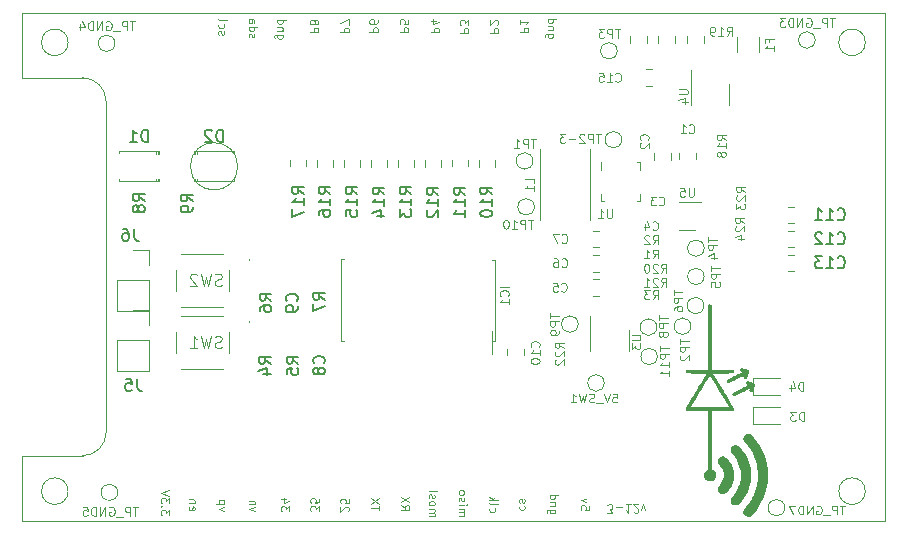
<source format=gbr>
G04 #@! TF.GenerationSoftware,KiCad,Pcbnew,5.99.0-unknown-308ab8caf~106~ubuntu18.04.1*
G04 #@! TF.CreationDate,2020-12-14T20:09:43-08:00*
G04 #@! TF.ProjectId,signal-board,7369676e-616c-42d6-926f-6172642e6b69,rev?*
G04 #@! TF.SameCoordinates,Original*
G04 #@! TF.FileFunction,Legend,Bot*
G04 #@! TF.FilePolarity,Positive*
%FSLAX46Y46*%
G04 Gerber Fmt 4.6, Leading zero omitted, Abs format (unit mm)*
G04 Created by KiCad (PCBNEW 5.99.0-unknown-308ab8caf~106~ubuntu18.04.1) date 2020-12-14 20:09:43*
%MOMM*%
%LPD*%
G01*
G04 APERTURE LIST*
%ADD10C,0.120000*%
G04 #@! TA.AperFunction,Profile*
%ADD11C,0.100000*%
G04 #@! TD*
G04 #@! TA.AperFunction,Profile*
%ADD12C,0.120000*%
G04 #@! TD*
%ADD13C,0.100000*%
%ADD14C,0.150000*%
%ADD15C,0.015000*%
G04 APERTURE END LIST*
D10*
X115533000Y-110998000D02*
G75*
G03*
X115533000Y-110998000I-2000000J0D01*
G01*
D11*
X170300000Y-141000000D02*
X170300000Y-98000000D01*
X170300000Y-141000000D02*
X97300000Y-141000000D01*
X97300000Y-135500000D02*
X97300000Y-141000000D01*
X104400000Y-133500000D02*
G75*
G02*
X102400000Y-135500000I-2000000J0D01*
G01*
X104400000Y-133500000D02*
X104400000Y-105500000D01*
X97300000Y-98000000D02*
X97300000Y-103500000D01*
D12*
X101175000Y-138500000D02*
G75*
G03*
X101175000Y-138500000I-1125000J0D01*
G01*
D11*
X102400000Y-103500000D02*
G75*
G02*
X104400000Y-105500000I0J-2000000D01*
G01*
D12*
X101175000Y-100500000D02*
G75*
G03*
X101175000Y-100500000I-1125000J0D01*
G01*
X97300000Y-98000000D02*
X170300000Y-98000000D01*
X168675000Y-138500000D02*
G75*
G03*
X168675000Y-138500000I-1125000J0D01*
G01*
D11*
X102400000Y-135500000D02*
X97300000Y-135500000D01*
D12*
X168675000Y-100500000D02*
G75*
G03*
X168675000Y-100500000I-1125000J0D01*
G01*
D11*
X102400000Y-103500000D02*
X97300000Y-103500000D01*
D13*
X109724933Y-140517433D02*
X109724933Y-140084100D01*
X109458266Y-140317433D01*
X109458266Y-140217433D01*
X109424933Y-140150766D01*
X109391600Y-140117433D01*
X109324933Y-140084100D01*
X109158266Y-140084100D01*
X109091600Y-140117433D01*
X109058266Y-140150766D01*
X109024933Y-140217433D01*
X109024933Y-140417433D01*
X109058266Y-140484100D01*
X109091600Y-140517433D01*
X109091600Y-139784100D02*
X109058266Y-139750766D01*
X109024933Y-139784100D01*
X109058266Y-139817433D01*
X109091600Y-139784100D01*
X109024933Y-139784100D01*
X109724933Y-139517433D02*
X109724933Y-139084100D01*
X109458266Y-139317433D01*
X109458266Y-139217433D01*
X109424933Y-139150766D01*
X109391600Y-139117433D01*
X109324933Y-139084100D01*
X109158266Y-139084100D01*
X109091600Y-139117433D01*
X109058266Y-139150766D01*
X109024933Y-139217433D01*
X109024933Y-139417433D01*
X109058266Y-139484100D01*
X109091600Y-139517433D01*
X109724933Y-138884100D02*
X109024933Y-138650766D01*
X109724933Y-138417433D01*
X129248733Y-99627466D02*
X129948733Y-99627466D01*
X129948733Y-99360800D01*
X129915400Y-99294133D01*
X129882066Y-99260800D01*
X129815400Y-99227466D01*
X129715400Y-99227466D01*
X129648733Y-99260800D01*
X129615400Y-99294133D01*
X129582066Y-99360800D01*
X129582066Y-99627466D01*
X129948733Y-98594133D02*
X129948733Y-98927466D01*
X129615400Y-98960800D01*
X129648733Y-98927466D01*
X129682066Y-98860800D01*
X129682066Y-98694133D01*
X129648733Y-98627466D01*
X129615400Y-98594133D01*
X129548733Y-98560800D01*
X129382066Y-98560800D01*
X129315400Y-98594133D01*
X129282066Y-98627466D01*
X129248733Y-98694133D01*
X129248733Y-98860800D01*
X129282066Y-98927466D01*
X129315400Y-98960800D01*
X111445866Y-139832533D02*
X111412533Y-139899200D01*
X111412533Y-140032533D01*
X111445866Y-140099200D01*
X111512533Y-140132533D01*
X111779200Y-140132533D01*
X111845866Y-140099200D01*
X111879200Y-140032533D01*
X111879200Y-139899200D01*
X111845866Y-139832533D01*
X111779200Y-139799200D01*
X111712533Y-139799200D01*
X111645866Y-140132533D01*
X111879200Y-139499200D02*
X111412533Y-139499200D01*
X111812533Y-139499200D02*
X111845866Y-139465866D01*
X111879200Y-139399200D01*
X111879200Y-139299200D01*
X111845866Y-139232533D01*
X111779200Y-139199200D01*
X111412533Y-139199200D01*
X145272233Y-139723800D02*
X145272233Y-140057133D01*
X144938900Y-140090466D01*
X144972233Y-140057133D01*
X145005566Y-139990466D01*
X145005566Y-139823800D01*
X144972233Y-139757133D01*
X144938900Y-139723800D01*
X144872233Y-139690466D01*
X144705566Y-139690466D01*
X144638900Y-139723800D01*
X144605566Y-139757133D01*
X144572233Y-139823800D01*
X144572233Y-139990466D01*
X144605566Y-140057133D01*
X144638900Y-140090466D01*
X145038900Y-139457133D02*
X144572233Y-139290466D01*
X145038900Y-139123800D01*
X127504933Y-140131733D02*
X127504933Y-139731733D01*
X126804933Y-139931733D02*
X127504933Y-139931733D01*
X127504933Y-139565066D02*
X126804933Y-139098400D01*
X127504933Y-139098400D02*
X126804933Y-139565066D01*
X124219533Y-99652866D02*
X124919533Y-99652866D01*
X124919533Y-99386200D01*
X124886200Y-99319533D01*
X124852866Y-99286200D01*
X124786200Y-99252866D01*
X124686200Y-99252866D01*
X124619533Y-99286200D01*
X124586200Y-99319533D01*
X124552866Y-99386200D01*
X124552866Y-99652866D01*
X124919533Y-99019533D02*
X124919533Y-98552866D01*
X124219533Y-98852866D01*
X139411266Y-139740466D02*
X139377933Y-139807133D01*
X139377933Y-139940466D01*
X139411266Y-140007133D01*
X139444600Y-140040466D01*
X139511266Y-140073800D01*
X139711266Y-140073800D01*
X139777933Y-140040466D01*
X139811266Y-140007133D01*
X139844600Y-139940466D01*
X139844600Y-139807133D01*
X139811266Y-139740466D01*
X139411266Y-139473800D02*
X139377933Y-139407133D01*
X139377933Y-139273800D01*
X139411266Y-139207133D01*
X139477933Y-139173800D01*
X139511266Y-139173800D01*
X139577933Y-139207133D01*
X139611266Y-139273800D01*
X139611266Y-139373800D01*
X139644600Y-139440466D01*
X139711266Y-139473800D01*
X139744600Y-139473800D01*
X139811266Y-139440466D01*
X139844600Y-139373800D01*
X139844600Y-139273800D01*
X139811266Y-139207133D01*
X126683333Y-99627466D02*
X127383333Y-99627466D01*
X127383333Y-99360800D01*
X127350000Y-99294133D01*
X127316666Y-99260800D01*
X127250000Y-99227466D01*
X127150000Y-99227466D01*
X127083333Y-99260800D01*
X127050000Y-99294133D01*
X127016666Y-99360800D01*
X127016666Y-99627466D01*
X127383333Y-98627466D02*
X127383333Y-98760800D01*
X127350000Y-98827466D01*
X127316666Y-98860800D01*
X127216666Y-98927466D01*
X127083333Y-98960800D01*
X126816666Y-98960800D01*
X126750000Y-98927466D01*
X126716666Y-98894133D01*
X126683333Y-98827466D01*
X126683333Y-98694133D01*
X126716666Y-98627466D01*
X126750000Y-98594133D01*
X126816666Y-98560800D01*
X126983333Y-98560800D01*
X127050000Y-98594133D01*
X127083333Y-98627466D01*
X127116666Y-98694133D01*
X127116666Y-98827466D01*
X127083333Y-98894133D01*
X127050000Y-98927466D01*
X126983333Y-98960800D01*
X116518566Y-100084633D02*
X116485233Y-100017966D01*
X116485233Y-99884633D01*
X116518566Y-99817966D01*
X116585233Y-99784633D01*
X116618566Y-99784633D01*
X116685233Y-99817966D01*
X116718566Y-99884633D01*
X116718566Y-99984633D01*
X116751900Y-100051300D01*
X116818566Y-100084633D01*
X116851900Y-100084633D01*
X116918566Y-100051300D01*
X116951900Y-99984633D01*
X116951900Y-99884633D01*
X116918566Y-99817966D01*
X116485233Y-99184633D02*
X117185233Y-99184633D01*
X116518566Y-99184633D02*
X116485233Y-99251300D01*
X116485233Y-99384633D01*
X116518566Y-99451300D01*
X116551900Y-99484633D01*
X116618566Y-99517966D01*
X116818566Y-99517966D01*
X116885233Y-99484633D01*
X116918566Y-99451300D01*
X116951900Y-99384633D01*
X116951900Y-99251300D01*
X116918566Y-99184633D01*
X116485233Y-98551300D02*
X116851900Y-98551300D01*
X116918566Y-98584633D01*
X116951900Y-98651300D01*
X116951900Y-98784633D01*
X116918566Y-98851300D01*
X116518566Y-98551300D02*
X116485233Y-98617966D01*
X116485233Y-98784633D01*
X116518566Y-98851300D01*
X116585233Y-98884633D01*
X116651900Y-98884633D01*
X116718566Y-98851300D01*
X116751900Y-98784633D01*
X116751900Y-98617966D01*
X116785233Y-98551300D01*
X113940466Y-99845733D02*
X113907133Y-99779066D01*
X113907133Y-99645733D01*
X113940466Y-99579066D01*
X114007133Y-99545733D01*
X114040466Y-99545733D01*
X114107133Y-99579066D01*
X114140466Y-99645733D01*
X114140466Y-99745733D01*
X114173800Y-99812400D01*
X114240466Y-99845733D01*
X114273800Y-99845733D01*
X114340466Y-99812400D01*
X114373800Y-99745733D01*
X114373800Y-99645733D01*
X114340466Y-99579066D01*
X113940466Y-98945733D02*
X113907133Y-99012400D01*
X113907133Y-99145733D01*
X113940466Y-99212400D01*
X113973800Y-99245733D01*
X114040466Y-99279066D01*
X114240466Y-99279066D01*
X114307133Y-99245733D01*
X114340466Y-99212400D01*
X114373800Y-99145733D01*
X114373800Y-99012400D01*
X114340466Y-98945733D01*
X113907133Y-98545733D02*
X113940466Y-98612400D01*
X114007133Y-98645733D01*
X114607133Y-98645733D01*
X142410000Y-140056333D02*
X141843333Y-140056333D01*
X141776666Y-140089666D01*
X141743333Y-140123000D01*
X141710000Y-140189666D01*
X141710000Y-140289666D01*
X141743333Y-140356333D01*
X141976666Y-140056333D02*
X141943333Y-140123000D01*
X141943333Y-140256333D01*
X141976666Y-140323000D01*
X142010000Y-140356333D01*
X142076666Y-140389666D01*
X142276666Y-140389666D01*
X142343333Y-140356333D01*
X142376666Y-140323000D01*
X142410000Y-140256333D01*
X142410000Y-140123000D01*
X142376666Y-140056333D01*
X142410000Y-139723000D02*
X141943333Y-139723000D01*
X142343333Y-139723000D02*
X142376666Y-139689666D01*
X142410000Y-139623000D01*
X142410000Y-139523000D01*
X142376666Y-139456333D01*
X142310000Y-139423000D01*
X141943333Y-139423000D01*
X141943333Y-138789666D02*
X142643333Y-138789666D01*
X141976666Y-138789666D02*
X141943333Y-138856333D01*
X141943333Y-138989666D01*
X141976666Y-139056333D01*
X142010000Y-139089666D01*
X142076666Y-139123000D01*
X142276666Y-139123000D01*
X142343333Y-139089666D01*
X142376666Y-139056333D01*
X142410000Y-138989666D01*
X142410000Y-138856333D01*
X142376666Y-138789666D01*
X142250300Y-99784633D02*
X141683633Y-99784633D01*
X141616966Y-99817966D01*
X141583633Y-99851300D01*
X141550300Y-99917966D01*
X141550300Y-100017966D01*
X141583633Y-100084633D01*
X141816966Y-99784633D02*
X141783633Y-99851300D01*
X141783633Y-99984633D01*
X141816966Y-100051300D01*
X141850300Y-100084633D01*
X141916966Y-100117966D01*
X142116966Y-100117966D01*
X142183633Y-100084633D01*
X142216966Y-100051300D01*
X142250300Y-99984633D01*
X142250300Y-99851300D01*
X142216966Y-99784633D01*
X142250300Y-99451300D02*
X141783633Y-99451300D01*
X142183633Y-99451300D02*
X142216966Y-99417966D01*
X142250300Y-99351300D01*
X142250300Y-99251300D01*
X142216966Y-99184633D01*
X142150300Y-99151300D01*
X141783633Y-99151300D01*
X141783633Y-98517966D02*
X142483633Y-98517966D01*
X141816966Y-98517966D02*
X141783633Y-98584633D01*
X141783633Y-98717966D01*
X141816966Y-98784633D01*
X141850300Y-98817966D01*
X141916966Y-98851300D01*
X142116966Y-98851300D01*
X142183633Y-98817966D01*
X142216966Y-98784633D01*
X142250300Y-98717966D01*
X142250300Y-98584633D01*
X142216966Y-98517966D01*
X136894133Y-99678266D02*
X137594133Y-99678266D01*
X137594133Y-99411600D01*
X137560800Y-99344933D01*
X137527466Y-99311600D01*
X137460800Y-99278266D01*
X137360800Y-99278266D01*
X137294133Y-99311600D01*
X137260800Y-99344933D01*
X137227466Y-99411600D01*
X137227466Y-99678266D01*
X137527466Y-99011600D02*
X137560800Y-98978266D01*
X137594133Y-98911600D01*
X137594133Y-98744933D01*
X137560800Y-98678266D01*
X137527466Y-98644933D01*
X137460800Y-98611600D01*
X137394133Y-98611600D01*
X137294133Y-98644933D01*
X136894133Y-99044933D01*
X136894133Y-98611600D01*
X124872866Y-140207933D02*
X124906200Y-140174600D01*
X124939533Y-140107933D01*
X124939533Y-139941266D01*
X124906200Y-139874600D01*
X124872866Y-139841266D01*
X124806200Y-139807933D01*
X124739533Y-139807933D01*
X124639533Y-139841266D01*
X124239533Y-140241266D01*
X124239533Y-139807933D01*
X124939533Y-139174600D02*
X124939533Y-139507933D01*
X124606200Y-139541266D01*
X124639533Y-139507933D01*
X124672866Y-139441266D01*
X124672866Y-139274600D01*
X124639533Y-139207933D01*
X124606200Y-139174600D01*
X124539533Y-139141266D01*
X124372866Y-139141266D01*
X124306200Y-139174600D01*
X124272866Y-139207933D01*
X124239533Y-139274600D01*
X124239533Y-139441266D01*
X124272866Y-139507933D01*
X124306200Y-139541266D01*
X116959200Y-140208733D02*
X116492533Y-140042066D01*
X116959200Y-139875400D01*
X116959200Y-139608733D02*
X116492533Y-139608733D01*
X116892533Y-139608733D02*
X116925866Y-139575400D01*
X116959200Y-139508733D01*
X116959200Y-139408733D01*
X116925866Y-139342066D01*
X116859200Y-139308733D01*
X116492533Y-139308733D01*
X129370333Y-139689666D02*
X129703666Y-139923000D01*
X129370333Y-140089666D02*
X130070333Y-140089666D01*
X130070333Y-139823000D01*
X130037000Y-139756333D01*
X130003666Y-139723000D01*
X129937000Y-139689666D01*
X129837000Y-139689666D01*
X129770333Y-139723000D01*
X129737000Y-139756333D01*
X129703666Y-139823000D01*
X129703666Y-140089666D01*
X130070333Y-139456333D02*
X129370333Y-138989666D01*
X130070333Y-138989666D02*
X129370333Y-139456333D01*
X121654133Y-99652866D02*
X122354133Y-99652866D01*
X122354133Y-99386200D01*
X122320800Y-99319533D01*
X122287466Y-99286200D01*
X122220800Y-99252866D01*
X122120800Y-99252866D01*
X122054133Y-99286200D01*
X122020800Y-99319533D01*
X121987466Y-99386200D01*
X121987466Y-99652866D01*
X122054133Y-98852866D02*
X122087466Y-98919533D01*
X122120800Y-98952866D01*
X122187466Y-98986200D01*
X122220800Y-98986200D01*
X122287466Y-98952866D01*
X122320800Y-98919533D01*
X122354133Y-98852866D01*
X122354133Y-98719533D01*
X122320800Y-98652866D01*
X122287466Y-98619533D01*
X122220800Y-98586200D01*
X122187466Y-98586200D01*
X122120800Y-98619533D01*
X122087466Y-98652866D01*
X122054133Y-98719533D01*
X122054133Y-98852866D01*
X122020800Y-98919533D01*
X121987466Y-98952866D01*
X121920800Y-98986200D01*
X121787466Y-98986200D01*
X121720800Y-98952866D01*
X121687466Y-98919533D01*
X121654133Y-98852866D01*
X121654133Y-98719533D01*
X121687466Y-98652866D01*
X121720800Y-98619533D01*
X121787466Y-98586200D01*
X121920800Y-98586200D01*
X121987466Y-98619533D01*
X122020800Y-98652866D01*
X122054133Y-98719533D01*
X119884933Y-140215866D02*
X119884933Y-139782533D01*
X119618266Y-140015866D01*
X119618266Y-139915866D01*
X119584933Y-139849200D01*
X119551600Y-139815866D01*
X119484933Y-139782533D01*
X119318266Y-139782533D01*
X119251600Y-139815866D01*
X119218266Y-139849200D01*
X119184933Y-139915866D01*
X119184933Y-140115866D01*
X119218266Y-140182533D01*
X119251600Y-140215866D01*
X119651600Y-139182533D02*
X119184933Y-139182533D01*
X119918266Y-139349200D02*
X119418266Y-139515866D01*
X119418266Y-139082533D01*
X119352200Y-99848133D02*
X118785533Y-99848133D01*
X118718866Y-99881466D01*
X118685533Y-99914800D01*
X118652200Y-99981466D01*
X118652200Y-100081466D01*
X118685533Y-100148133D01*
X118918866Y-99848133D02*
X118885533Y-99914800D01*
X118885533Y-100048133D01*
X118918866Y-100114800D01*
X118952200Y-100148133D01*
X119018866Y-100181466D01*
X119218866Y-100181466D01*
X119285533Y-100148133D01*
X119318866Y-100114800D01*
X119352200Y-100048133D01*
X119352200Y-99914800D01*
X119318866Y-99848133D01*
X119352200Y-99514800D02*
X118885533Y-99514800D01*
X119285533Y-99514800D02*
X119318866Y-99481466D01*
X119352200Y-99414800D01*
X119352200Y-99314800D01*
X119318866Y-99248133D01*
X119252200Y-99214800D01*
X118885533Y-99214800D01*
X118885533Y-98581466D02*
X119585533Y-98581466D01*
X118918866Y-98581466D02*
X118885533Y-98648133D01*
X118885533Y-98781466D01*
X118918866Y-98848133D01*
X118952200Y-98881466D01*
X119018866Y-98914800D01*
X119218866Y-98914800D01*
X119285533Y-98881466D01*
X119318866Y-98848133D01*
X119352200Y-98781466D01*
X119352200Y-98648133D01*
X119318866Y-98581466D01*
X122399533Y-140190466D02*
X122399533Y-139757133D01*
X122132866Y-139990466D01*
X122132866Y-139890466D01*
X122099533Y-139823800D01*
X122066200Y-139790466D01*
X121999533Y-139757133D01*
X121832866Y-139757133D01*
X121766200Y-139790466D01*
X121732866Y-139823800D01*
X121699533Y-139890466D01*
X121699533Y-140090466D01*
X121732866Y-140157133D01*
X121766200Y-140190466D01*
X122399533Y-139123800D02*
X122399533Y-139457133D01*
X122066200Y-139490466D01*
X122099533Y-139457133D01*
X122132866Y-139390466D01*
X122132866Y-139223800D01*
X122099533Y-139157133D01*
X122066200Y-139123800D01*
X121999533Y-139090466D01*
X121832866Y-139090466D01*
X121766200Y-139123800D01*
X121732866Y-139157133D01*
X121699533Y-139223800D01*
X121699533Y-139390466D01*
X121732866Y-139457133D01*
X121766200Y-139490466D01*
X114393800Y-140157933D02*
X113927133Y-139991266D01*
X114393800Y-139824600D01*
X114393800Y-139557933D02*
X113693800Y-139557933D01*
X114360466Y-139557933D02*
X114393800Y-139491266D01*
X114393800Y-139357933D01*
X114360466Y-139291266D01*
X114327133Y-139257933D01*
X114260466Y-139224600D01*
X114060466Y-139224600D01*
X113993800Y-139257933D01*
X113960466Y-139291266D01*
X113927133Y-139357933D01*
X113927133Y-139491266D01*
X113960466Y-139557933D01*
X131864933Y-99652866D02*
X132564933Y-99652866D01*
X132564933Y-99386200D01*
X132531600Y-99319533D01*
X132498266Y-99286200D01*
X132431600Y-99252866D01*
X132331600Y-99252866D01*
X132264933Y-99286200D01*
X132231600Y-99319533D01*
X132198266Y-99386200D01*
X132198266Y-99652866D01*
X132331600Y-98652866D02*
X131864933Y-98652866D01*
X132598266Y-98819533D02*
X132098266Y-98986200D01*
X132098266Y-98552866D01*
X139434133Y-99652866D02*
X140134133Y-99652866D01*
X140134133Y-99386200D01*
X140100800Y-99319533D01*
X140067466Y-99286200D01*
X140000800Y-99252866D01*
X139900800Y-99252866D01*
X139834133Y-99286200D01*
X139800800Y-99319533D01*
X139767466Y-99386200D01*
X139767466Y-99652866D01*
X139434133Y-98586200D02*
X139434133Y-98986200D01*
X139434133Y-98786200D02*
X140134133Y-98786200D01*
X140034133Y-98852866D01*
X139967466Y-98919533D01*
X139934133Y-98986200D01*
X136883966Y-139923800D02*
X136850633Y-139990466D01*
X136850633Y-140123800D01*
X136883966Y-140190466D01*
X136917300Y-140223800D01*
X136983966Y-140257133D01*
X137183966Y-140257133D01*
X137250633Y-140223800D01*
X137283966Y-140190466D01*
X137317300Y-140123800D01*
X137317300Y-139990466D01*
X137283966Y-139923800D01*
X136850633Y-139523800D02*
X136883966Y-139590466D01*
X136950633Y-139623800D01*
X137550633Y-139623800D01*
X136850633Y-139257133D02*
X137550633Y-139257133D01*
X137117300Y-139190466D02*
X136850633Y-138990466D01*
X137317300Y-138990466D02*
X137050633Y-139257133D01*
X131732533Y-140614266D02*
X132199200Y-140614266D01*
X132132533Y-140614266D02*
X132165866Y-140580933D01*
X132199200Y-140514266D01*
X132199200Y-140414266D01*
X132165866Y-140347600D01*
X132099200Y-140314266D01*
X131732533Y-140314266D01*
X132099200Y-140314266D02*
X132165866Y-140280933D01*
X132199200Y-140214266D01*
X132199200Y-140114266D01*
X132165866Y-140047600D01*
X132099200Y-140014266D01*
X131732533Y-140014266D01*
X131732533Y-139580933D02*
X131765866Y-139647600D01*
X131799200Y-139680933D01*
X131865866Y-139714266D01*
X132065866Y-139714266D01*
X132132533Y-139680933D01*
X132165866Y-139647600D01*
X132199200Y-139580933D01*
X132199200Y-139480933D01*
X132165866Y-139414266D01*
X132132533Y-139380933D01*
X132065866Y-139347600D01*
X131865866Y-139347600D01*
X131799200Y-139380933D01*
X131765866Y-139414266D01*
X131732533Y-139480933D01*
X131732533Y-139580933D01*
X131765866Y-139080933D02*
X131732533Y-139014266D01*
X131732533Y-138880933D01*
X131765866Y-138814266D01*
X131832533Y-138780933D01*
X131865866Y-138780933D01*
X131932533Y-138814266D01*
X131965866Y-138880933D01*
X131965866Y-138980933D01*
X131999200Y-139047600D01*
X132065866Y-139080933D01*
X132099200Y-139080933D01*
X132165866Y-139047600D01*
X132199200Y-138980933D01*
X132199200Y-138880933D01*
X132165866Y-138814266D01*
X131732533Y-138480933D02*
X132199200Y-138480933D01*
X132432533Y-138480933D02*
X132399200Y-138514266D01*
X132365866Y-138480933D01*
X132399200Y-138447600D01*
X132432533Y-138480933D01*
X132365866Y-138480933D01*
X146835800Y-140315533D02*
X147269133Y-140315533D01*
X147035800Y-140048866D01*
X147135800Y-140048866D01*
X147202466Y-140015533D01*
X147235800Y-139982200D01*
X147269133Y-139915533D01*
X147269133Y-139748866D01*
X147235800Y-139682200D01*
X147202466Y-139648866D01*
X147135800Y-139615533D01*
X146935800Y-139615533D01*
X146869133Y-139648866D01*
X146835800Y-139682200D01*
X147569133Y-139882200D02*
X148102466Y-139882200D01*
X148802466Y-139615533D02*
X148402466Y-139615533D01*
X148602466Y-139615533D02*
X148602466Y-140315533D01*
X148535800Y-140215533D01*
X148469133Y-140148866D01*
X148402466Y-140115533D01*
X149069133Y-140248866D02*
X149102466Y-140282200D01*
X149169133Y-140315533D01*
X149335800Y-140315533D01*
X149402466Y-140282200D01*
X149435800Y-140248866D01*
X149469133Y-140182200D01*
X149469133Y-140115533D01*
X149435800Y-140015533D01*
X149035800Y-139615533D01*
X149469133Y-139615533D01*
X149702466Y-140082200D02*
X149869133Y-139615533D01*
X150035800Y-140082200D01*
X134354133Y-99678266D02*
X135054133Y-99678266D01*
X135054133Y-99411600D01*
X135020800Y-99344933D01*
X134987466Y-99311600D01*
X134920800Y-99278266D01*
X134820800Y-99278266D01*
X134754133Y-99311600D01*
X134720800Y-99344933D01*
X134687466Y-99411600D01*
X134687466Y-99678266D01*
X135054133Y-99044933D02*
X135054133Y-98611600D01*
X134787466Y-98844933D01*
X134787466Y-98744933D01*
X134754133Y-98678266D01*
X134720800Y-98644933D01*
X134654133Y-98611600D01*
X134487466Y-98611600D01*
X134420800Y-98644933D01*
X134387466Y-98678266D01*
X134354133Y-98744933D01*
X134354133Y-98944933D01*
X134387466Y-99011600D01*
X134420800Y-99044933D01*
X134247133Y-140588866D02*
X134713800Y-140588866D01*
X134647133Y-140588866D02*
X134680466Y-140555533D01*
X134713800Y-140488866D01*
X134713800Y-140388866D01*
X134680466Y-140322200D01*
X134613800Y-140288866D01*
X134247133Y-140288866D01*
X134613800Y-140288866D02*
X134680466Y-140255533D01*
X134713800Y-140188866D01*
X134713800Y-140088866D01*
X134680466Y-140022200D01*
X134613800Y-139988866D01*
X134247133Y-139988866D01*
X134247133Y-139655533D02*
X134713800Y-139655533D01*
X134947133Y-139655533D02*
X134913800Y-139688866D01*
X134880466Y-139655533D01*
X134913800Y-139622200D01*
X134947133Y-139655533D01*
X134880466Y-139655533D01*
X134280466Y-139355533D02*
X134247133Y-139288866D01*
X134247133Y-139155533D01*
X134280466Y-139088866D01*
X134347133Y-139055533D01*
X134380466Y-139055533D01*
X134447133Y-139088866D01*
X134480466Y-139155533D01*
X134480466Y-139255533D01*
X134513800Y-139322200D01*
X134580466Y-139355533D01*
X134613800Y-139355533D01*
X134680466Y-139322200D01*
X134713800Y-139255533D01*
X134713800Y-139155533D01*
X134680466Y-139088866D01*
X134247133Y-138655533D02*
X134280466Y-138722200D01*
X134313800Y-138755533D01*
X134380466Y-138788866D01*
X134580466Y-138788866D01*
X134647133Y-138755533D01*
X134680466Y-138722200D01*
X134713800Y-138655533D01*
X134713800Y-138555533D01*
X134680466Y-138488866D01*
X134647133Y-138455533D01*
X134580466Y-138422200D01*
X134380466Y-138422200D01*
X134313800Y-138455533D01*
X134280466Y-138488866D01*
X134247133Y-138555533D01*
X134247133Y-138655533D01*
D14*
G04 #@! TO.C,R4*
X118333780Y-127696933D02*
X117857590Y-127363600D01*
X118333780Y-127125504D02*
X117333780Y-127125504D01*
X117333780Y-127506457D01*
X117381400Y-127601695D01*
X117429019Y-127649314D01*
X117524257Y-127696933D01*
X117667114Y-127696933D01*
X117762352Y-127649314D01*
X117809971Y-127601695D01*
X117857590Y-127506457D01*
X117857590Y-127125504D01*
X117667114Y-128554076D02*
X118333780Y-128554076D01*
X117286161Y-128315980D02*
X118000447Y-128077885D01*
X118000447Y-128696933D01*
D13*
G04 #@! TO.C,R2*
X150669895Y-117602609D02*
X150919895Y-117245466D01*
X151098466Y-117602609D02*
X151098466Y-116852609D01*
X150812752Y-116852609D01*
X150741323Y-116888324D01*
X150705609Y-116924038D01*
X150669895Y-116995466D01*
X150669895Y-117102609D01*
X150705609Y-117174038D01*
X150741323Y-117209752D01*
X150812752Y-117245466D01*
X151098466Y-117245466D01*
X150384180Y-116924038D02*
X150348466Y-116888324D01*
X150277037Y-116852609D01*
X150098466Y-116852609D01*
X150027037Y-116888324D01*
X149991323Y-116924038D01*
X149955609Y-116995466D01*
X149955609Y-117066895D01*
X149991323Y-117174038D01*
X150419895Y-117602609D01*
X149955609Y-117602609D01*
G04 #@! TO.C,TP_GND7*
X166954000Y-139717885D02*
X166525428Y-139717885D01*
X166739714Y-140467885D02*
X166739714Y-139717885D01*
X166275428Y-140467885D02*
X166275428Y-139717885D01*
X165989714Y-139717885D01*
X165918285Y-139753600D01*
X165882571Y-139789314D01*
X165846857Y-139860742D01*
X165846857Y-139967885D01*
X165882571Y-140039314D01*
X165918285Y-140075028D01*
X165989714Y-140110742D01*
X166275428Y-140110742D01*
X165704000Y-140539314D02*
X165132571Y-140539314D01*
X164561142Y-139753600D02*
X164632571Y-139717885D01*
X164739714Y-139717885D01*
X164846857Y-139753600D01*
X164918285Y-139825028D01*
X164954000Y-139896457D01*
X164989714Y-140039314D01*
X164989714Y-140146457D01*
X164954000Y-140289314D01*
X164918285Y-140360742D01*
X164846857Y-140432171D01*
X164739714Y-140467885D01*
X164668285Y-140467885D01*
X164561142Y-140432171D01*
X164525428Y-140396457D01*
X164525428Y-140146457D01*
X164668285Y-140146457D01*
X164204000Y-140467885D02*
X164204000Y-139717885D01*
X163775428Y-140467885D01*
X163775428Y-139717885D01*
X163418285Y-140467885D02*
X163418285Y-139717885D01*
X163239714Y-139717885D01*
X163132571Y-139753600D01*
X163061142Y-139825028D01*
X163025428Y-139896457D01*
X162989714Y-140039314D01*
X162989714Y-140146457D01*
X163025428Y-140289314D01*
X163061142Y-140360742D01*
X163132571Y-140432171D01*
X163239714Y-140467885D01*
X163418285Y-140467885D01*
X162739714Y-139717885D02*
X162239714Y-139717885D01*
X162561142Y-140467885D01*
G04 #@! TO.C,TP_GND4*
X106819800Y-98725285D02*
X106391228Y-98725285D01*
X106605514Y-99475285D02*
X106605514Y-98725285D01*
X106141228Y-99475285D02*
X106141228Y-98725285D01*
X105855514Y-98725285D01*
X105784085Y-98761000D01*
X105748371Y-98796714D01*
X105712657Y-98868142D01*
X105712657Y-98975285D01*
X105748371Y-99046714D01*
X105784085Y-99082428D01*
X105855514Y-99118142D01*
X106141228Y-99118142D01*
X105569800Y-99546714D02*
X104998371Y-99546714D01*
X104426942Y-98761000D02*
X104498371Y-98725285D01*
X104605514Y-98725285D01*
X104712657Y-98761000D01*
X104784085Y-98832428D01*
X104819800Y-98903857D01*
X104855514Y-99046714D01*
X104855514Y-99153857D01*
X104819800Y-99296714D01*
X104784085Y-99368142D01*
X104712657Y-99439571D01*
X104605514Y-99475285D01*
X104534085Y-99475285D01*
X104426942Y-99439571D01*
X104391228Y-99403857D01*
X104391228Y-99153857D01*
X104534085Y-99153857D01*
X104069800Y-99475285D02*
X104069800Y-98725285D01*
X103641228Y-99475285D01*
X103641228Y-98725285D01*
X103284085Y-99475285D02*
X103284085Y-98725285D01*
X103105514Y-98725285D01*
X102998371Y-98761000D01*
X102926942Y-98832428D01*
X102891228Y-98903857D01*
X102855514Y-99046714D01*
X102855514Y-99153857D01*
X102891228Y-99296714D01*
X102926942Y-99368142D01*
X102998371Y-99439571D01*
X103105514Y-99475285D01*
X103284085Y-99475285D01*
X102212657Y-98975285D02*
X102212657Y-99475285D01*
X102391228Y-98689571D02*
X102569800Y-99225285D01*
X102105514Y-99225285D01*
D14*
G04 #@! TO.C,D2*
X114271095Y-108910380D02*
X114271095Y-107910380D01*
X114033000Y-107910380D01*
X113890142Y-107958000D01*
X113794904Y-108053238D01*
X113747285Y-108148476D01*
X113699666Y-108338952D01*
X113699666Y-108481809D01*
X113747285Y-108672285D01*
X113794904Y-108767523D01*
X113890142Y-108862761D01*
X114033000Y-108910380D01*
X114271095Y-108910380D01*
X113318714Y-108005619D02*
X113271095Y-107958000D01*
X113175857Y-107910380D01*
X112937761Y-107910380D01*
X112842523Y-107958000D01*
X112794904Y-108005619D01*
X112747285Y-108100857D01*
X112747285Y-108196095D01*
X112794904Y-108338952D01*
X113366333Y-108910380D01*
X112747285Y-108910380D01*
D13*
G04 #@! TO.C,TP5*
X155621485Y-119398771D02*
X155621485Y-119827342D01*
X156371485Y-119613057D02*
X155621485Y-119613057D01*
X156371485Y-120077342D02*
X155621485Y-120077342D01*
X155621485Y-120363057D01*
X155657200Y-120434485D01*
X155692914Y-120470200D01*
X155764342Y-120505914D01*
X155871485Y-120505914D01*
X155942914Y-120470200D01*
X155978628Y-120434485D01*
X156014342Y-120363057D01*
X156014342Y-120077342D01*
X155621485Y-121184485D02*
X155621485Y-120827342D01*
X155978628Y-120791628D01*
X155942914Y-120827342D01*
X155907200Y-120898771D01*
X155907200Y-121077342D01*
X155942914Y-121148771D01*
X155978628Y-121184485D01*
X156050057Y-121220200D01*
X156228628Y-121220200D01*
X156300057Y-121184485D01*
X156335771Y-121148771D01*
X156371485Y-121077342D01*
X156371485Y-120898771D01*
X156335771Y-120827342D01*
X156300057Y-120791628D01*
D14*
G04 #@! TO.C,R12*
X132532380Y-113403142D02*
X132056190Y-113069809D01*
X132532380Y-112831714D02*
X131532380Y-112831714D01*
X131532380Y-113212666D01*
X131580000Y-113307904D01*
X131627619Y-113355523D01*
X131722857Y-113403142D01*
X131865714Y-113403142D01*
X131960952Y-113355523D01*
X132008571Y-113307904D01*
X132056190Y-113212666D01*
X132056190Y-112831714D01*
X132532380Y-114355523D02*
X132532380Y-113784095D01*
X132532380Y-114069809D02*
X131532380Y-114069809D01*
X131675238Y-113974571D01*
X131770476Y-113879333D01*
X131818095Y-113784095D01*
X131627619Y-114736476D02*
X131580000Y-114784095D01*
X131532380Y-114879333D01*
X131532380Y-115117428D01*
X131580000Y-115212666D01*
X131627619Y-115260285D01*
X131722857Y-115307904D01*
X131818095Y-115307904D01*
X131960952Y-115260285D01*
X132532380Y-114688857D01*
X132532380Y-115307904D01*
D13*
G04 #@! TO.C,C1*
X153744200Y-108116257D02*
X153779914Y-108151971D01*
X153887057Y-108187685D01*
X153958485Y-108187685D01*
X154065628Y-108151971D01*
X154137057Y-108080542D01*
X154172771Y-108009114D01*
X154208485Y-107866257D01*
X154208485Y-107759114D01*
X154172771Y-107616257D01*
X154137057Y-107544828D01*
X154065628Y-107473400D01*
X153958485Y-107437685D01*
X153887057Y-107437685D01*
X153779914Y-107473400D01*
X153744200Y-107509114D01*
X153029914Y-108187685D02*
X153458485Y-108187685D01*
X153244200Y-108187685D02*
X153244200Y-107437685D01*
X153315628Y-107544828D01*
X153387057Y-107616257D01*
X153458485Y-107651971D01*
G04 #@! TO.C,C6*
X142972200Y-119470057D02*
X143007914Y-119505771D01*
X143115057Y-119541485D01*
X143186485Y-119541485D01*
X143293628Y-119505771D01*
X143365057Y-119434342D01*
X143400771Y-119362914D01*
X143436485Y-119220057D01*
X143436485Y-119112914D01*
X143400771Y-118970057D01*
X143365057Y-118898628D01*
X143293628Y-118827200D01*
X143186485Y-118791485D01*
X143115057Y-118791485D01*
X143007914Y-118827200D01*
X142972200Y-118862914D01*
X142329342Y-118791485D02*
X142472200Y-118791485D01*
X142543628Y-118827200D01*
X142579342Y-118862914D01*
X142650771Y-118970057D01*
X142686485Y-119112914D01*
X142686485Y-119398628D01*
X142650771Y-119470057D01*
X142615057Y-119505771D01*
X142543628Y-119541485D01*
X142400771Y-119541485D01*
X142329342Y-119505771D01*
X142293628Y-119470057D01*
X142257914Y-119398628D01*
X142257914Y-119220057D01*
X142293628Y-119148628D01*
X142329342Y-119112914D01*
X142400771Y-119077200D01*
X142543628Y-119077200D01*
X142615057Y-119112914D01*
X142650771Y-119148628D01*
X142686485Y-119220057D01*
D14*
G04 #@! TO.C,R8*
X107665780Y-113930133D02*
X107189590Y-113596800D01*
X107665780Y-113358704D02*
X106665780Y-113358704D01*
X106665780Y-113739657D01*
X106713400Y-113834895D01*
X106761019Y-113882514D01*
X106856257Y-113930133D01*
X106999114Y-113930133D01*
X107094352Y-113882514D01*
X107141971Y-113834895D01*
X107189590Y-113739657D01*
X107189590Y-113358704D01*
X107094352Y-114501561D02*
X107046733Y-114406323D01*
X106999114Y-114358704D01*
X106903876Y-114311085D01*
X106856257Y-114311085D01*
X106761019Y-114358704D01*
X106713400Y-114406323D01*
X106665780Y-114501561D01*
X106665780Y-114692038D01*
X106713400Y-114787276D01*
X106761019Y-114834895D01*
X106856257Y-114882514D01*
X106903876Y-114882514D01*
X106999114Y-114834895D01*
X107046733Y-114787276D01*
X107094352Y-114692038D01*
X107094352Y-114501561D01*
X107141971Y-114406323D01*
X107189590Y-114358704D01*
X107284828Y-114311085D01*
X107475304Y-114311085D01*
X107570542Y-114358704D01*
X107618161Y-114406323D01*
X107665780Y-114501561D01*
X107665780Y-114692038D01*
X107618161Y-114787276D01*
X107570542Y-114834895D01*
X107475304Y-114882514D01*
X107284828Y-114882514D01*
X107189590Y-114834895D01*
X107141971Y-114787276D01*
X107094352Y-114692038D01*
G04 #@! TO.C,R10*
X137078980Y-113377742D02*
X136602790Y-113044409D01*
X137078980Y-112806314D02*
X136078980Y-112806314D01*
X136078980Y-113187266D01*
X136126600Y-113282504D01*
X136174219Y-113330123D01*
X136269457Y-113377742D01*
X136412314Y-113377742D01*
X136507552Y-113330123D01*
X136555171Y-113282504D01*
X136602790Y-113187266D01*
X136602790Y-112806314D01*
X137078980Y-114330123D02*
X137078980Y-113758695D01*
X137078980Y-114044409D02*
X136078980Y-114044409D01*
X136221838Y-113949171D01*
X136317076Y-113853933D01*
X136364695Y-113758695D01*
X136078980Y-114949171D02*
X136078980Y-115044409D01*
X136126600Y-115139647D01*
X136174219Y-115187266D01*
X136269457Y-115234885D01*
X136459933Y-115282504D01*
X136698028Y-115282504D01*
X136888504Y-115234885D01*
X136983742Y-115187266D01*
X137031361Y-115139647D01*
X137078980Y-115044409D01*
X137078980Y-114949171D01*
X137031361Y-114853933D01*
X136983742Y-114806314D01*
X136888504Y-114758695D01*
X136698028Y-114711076D01*
X136459933Y-114711076D01*
X136269457Y-114758695D01*
X136174219Y-114806314D01*
X136126600Y-114853933D01*
X136078980Y-114949171D01*
D13*
G04 #@! TO.C,TP_GND3*
X166103400Y-98445885D02*
X165674828Y-98445885D01*
X165889114Y-99195885D02*
X165889114Y-98445885D01*
X165424828Y-99195885D02*
X165424828Y-98445885D01*
X165139114Y-98445885D01*
X165067685Y-98481600D01*
X165031971Y-98517314D01*
X164996257Y-98588742D01*
X164996257Y-98695885D01*
X165031971Y-98767314D01*
X165067685Y-98803028D01*
X165139114Y-98838742D01*
X165424828Y-98838742D01*
X164853400Y-99267314D02*
X164281971Y-99267314D01*
X163710542Y-98481600D02*
X163781971Y-98445885D01*
X163889114Y-98445885D01*
X163996257Y-98481600D01*
X164067685Y-98553028D01*
X164103400Y-98624457D01*
X164139114Y-98767314D01*
X164139114Y-98874457D01*
X164103400Y-99017314D01*
X164067685Y-99088742D01*
X163996257Y-99160171D01*
X163889114Y-99195885D01*
X163817685Y-99195885D01*
X163710542Y-99160171D01*
X163674828Y-99124457D01*
X163674828Y-98874457D01*
X163817685Y-98874457D01*
X163353400Y-99195885D02*
X163353400Y-98445885D01*
X162924828Y-99195885D01*
X162924828Y-98445885D01*
X162567685Y-99195885D02*
X162567685Y-98445885D01*
X162389114Y-98445885D01*
X162281971Y-98481600D01*
X162210542Y-98553028D01*
X162174828Y-98624457D01*
X162139114Y-98767314D01*
X162139114Y-98874457D01*
X162174828Y-99017314D01*
X162210542Y-99088742D01*
X162281971Y-99160171D01*
X162389114Y-99195885D01*
X162567685Y-99195885D01*
X161889114Y-98445885D02*
X161424828Y-98445885D01*
X161674828Y-98731600D01*
X161567685Y-98731600D01*
X161496257Y-98767314D01*
X161460542Y-98803028D01*
X161424828Y-98874457D01*
X161424828Y-99053028D01*
X161460542Y-99124457D01*
X161496257Y-99160171D01*
X161567685Y-99195885D01*
X161781971Y-99195885D01*
X161853400Y-99160171D01*
X161889114Y-99124457D01*
G04 #@! TO.C,TP1*
X140773428Y-108682085D02*
X140344857Y-108682085D01*
X140559142Y-109432085D02*
X140559142Y-108682085D01*
X140094857Y-109432085D02*
X140094857Y-108682085D01*
X139809142Y-108682085D01*
X139737714Y-108717800D01*
X139702000Y-108753514D01*
X139666285Y-108824942D01*
X139666285Y-108932085D01*
X139702000Y-109003514D01*
X139737714Y-109039228D01*
X139809142Y-109074942D01*
X140094857Y-109074942D01*
X138952000Y-109432085D02*
X139380571Y-109432085D01*
X139166285Y-109432085D02*
X139166285Y-108682085D01*
X139237714Y-108789228D01*
X139309142Y-108860657D01*
X139380571Y-108896371D01*
G04 #@! TO.C,C2*
X150254857Y-108739400D02*
X150290571Y-108703685D01*
X150326285Y-108596542D01*
X150326285Y-108525114D01*
X150290571Y-108417971D01*
X150219142Y-108346542D01*
X150147714Y-108310828D01*
X150004857Y-108275114D01*
X149897714Y-108275114D01*
X149754857Y-108310828D01*
X149683428Y-108346542D01*
X149612000Y-108417971D01*
X149576285Y-108525114D01*
X149576285Y-108596542D01*
X149612000Y-108703685D01*
X149647714Y-108739400D01*
X149647714Y-109025114D02*
X149612000Y-109060828D01*
X149576285Y-109132257D01*
X149576285Y-109310828D01*
X149612000Y-109382257D01*
X149647714Y-109417971D01*
X149719142Y-109453685D01*
X149790571Y-109453685D01*
X149897714Y-109417971D01*
X150326285Y-108989400D01*
X150326285Y-109453685D01*
G04 #@! TO.C,TP2*
X152989285Y-125603571D02*
X152989285Y-126032142D01*
X153739285Y-125817857D02*
X152989285Y-125817857D01*
X153739285Y-126282142D02*
X152989285Y-126282142D01*
X152989285Y-126567857D01*
X153025000Y-126639285D01*
X153060714Y-126675000D01*
X153132142Y-126710714D01*
X153239285Y-126710714D01*
X153310714Y-126675000D01*
X153346428Y-126639285D01*
X153382142Y-126567857D01*
X153382142Y-126282142D01*
X153060714Y-126996428D02*
X153025000Y-127032142D01*
X152989285Y-127103571D01*
X152989285Y-127282142D01*
X153025000Y-127353571D01*
X153060714Y-127389285D01*
X153132142Y-127425000D01*
X153203571Y-127425000D01*
X153310714Y-127389285D01*
X153739285Y-126960714D01*
X153739285Y-127425000D01*
G04 #@! TO.C,R19*
X156946142Y-99932685D02*
X157196142Y-99575542D01*
X157374714Y-99932685D02*
X157374714Y-99182685D01*
X157089000Y-99182685D01*
X157017571Y-99218400D01*
X156981857Y-99254114D01*
X156946142Y-99325542D01*
X156946142Y-99432685D01*
X156981857Y-99504114D01*
X157017571Y-99539828D01*
X157089000Y-99575542D01*
X157374714Y-99575542D01*
X156231857Y-99932685D02*
X156660428Y-99932685D01*
X156446142Y-99932685D02*
X156446142Y-99182685D01*
X156517571Y-99289828D01*
X156589000Y-99361257D01*
X156660428Y-99396971D01*
X155874714Y-99932685D02*
X155731857Y-99932685D01*
X155660428Y-99896971D01*
X155624714Y-99861257D01*
X155553285Y-99754114D01*
X155517571Y-99611257D01*
X155517571Y-99325542D01*
X155553285Y-99254114D01*
X155589000Y-99218400D01*
X155660428Y-99182685D01*
X155803285Y-99182685D01*
X155874714Y-99218400D01*
X155910428Y-99254114D01*
X155946142Y-99325542D01*
X155946142Y-99504114D01*
X155910428Y-99575542D01*
X155874714Y-99611257D01*
X155803285Y-99646971D01*
X155660428Y-99646971D01*
X155589000Y-99611257D01*
X155553285Y-99575542D01*
X155517571Y-99504114D01*
D14*
G04 #@! TO.C,C13*
X166327057Y-119533942D02*
X166374676Y-119581561D01*
X166517533Y-119629180D01*
X166612771Y-119629180D01*
X166755628Y-119581561D01*
X166850866Y-119486323D01*
X166898485Y-119391085D01*
X166946104Y-119200609D01*
X166946104Y-119057752D01*
X166898485Y-118867276D01*
X166850866Y-118772038D01*
X166755628Y-118676800D01*
X166612771Y-118629180D01*
X166517533Y-118629180D01*
X166374676Y-118676800D01*
X166327057Y-118724419D01*
X165374676Y-119629180D02*
X165946104Y-119629180D01*
X165660390Y-119629180D02*
X165660390Y-118629180D01*
X165755628Y-118772038D01*
X165850866Y-118867276D01*
X165946104Y-118914895D01*
X165041342Y-118629180D02*
X164422295Y-118629180D01*
X164755628Y-119010133D01*
X164612771Y-119010133D01*
X164517533Y-119057752D01*
X164469914Y-119105371D01*
X164422295Y-119200609D01*
X164422295Y-119438704D01*
X164469914Y-119533942D01*
X164517533Y-119581561D01*
X164612771Y-119629180D01*
X164898485Y-119629180D01*
X164993723Y-119581561D01*
X165041342Y-119533942D01*
G04 #@! TO.C,R7*
X122931180Y-122286733D02*
X122454990Y-121953400D01*
X122931180Y-121715304D02*
X121931180Y-121715304D01*
X121931180Y-122096257D01*
X121978800Y-122191495D01*
X122026419Y-122239114D01*
X122121657Y-122286733D01*
X122264514Y-122286733D01*
X122359752Y-122239114D01*
X122407371Y-122191495D01*
X122454990Y-122096257D01*
X122454990Y-121715304D01*
X121931180Y-122620066D02*
X121931180Y-123286733D01*
X122931180Y-122858161D01*
G04 #@! TO.C,R6*
X118384580Y-122362933D02*
X117908390Y-122029600D01*
X118384580Y-121791504D02*
X117384580Y-121791504D01*
X117384580Y-122172457D01*
X117432200Y-122267695D01*
X117479819Y-122315314D01*
X117575057Y-122362933D01*
X117717914Y-122362933D01*
X117813152Y-122315314D01*
X117860771Y-122267695D01*
X117908390Y-122172457D01*
X117908390Y-121791504D01*
X117384580Y-123220076D02*
X117384580Y-123029600D01*
X117432200Y-122934361D01*
X117479819Y-122886742D01*
X117622676Y-122791504D01*
X117813152Y-122743885D01*
X118194104Y-122743885D01*
X118289342Y-122791504D01*
X118336961Y-122839123D01*
X118384580Y-122934361D01*
X118384580Y-123124838D01*
X118336961Y-123220076D01*
X118289342Y-123267695D01*
X118194104Y-123315314D01*
X117956009Y-123315314D01*
X117860771Y-123267695D01*
X117813152Y-123220076D01*
X117765533Y-123124838D01*
X117765533Y-122934361D01*
X117813152Y-122839123D01*
X117860771Y-122791504D01*
X117956009Y-122743885D01*
D15*
G04 #@! TO.C,SW1*
X114180333Y-126312761D02*
X114037476Y-126360380D01*
X113799380Y-126360380D01*
X113704142Y-126312761D01*
X113656523Y-126265142D01*
X113608904Y-126169904D01*
X113608904Y-126074666D01*
X113656523Y-125979428D01*
X113704142Y-125931809D01*
X113799380Y-125884190D01*
X113989857Y-125836571D01*
X114085095Y-125788952D01*
X114132714Y-125741333D01*
X114180333Y-125646095D01*
X114180333Y-125550857D01*
X114132714Y-125455619D01*
X114085095Y-125408000D01*
X113989857Y-125360380D01*
X113751761Y-125360380D01*
X113608904Y-125408000D01*
X113275571Y-125360380D02*
X113037476Y-126360380D01*
X112847000Y-125646095D01*
X112656523Y-126360380D01*
X112418428Y-125360380D01*
X111513666Y-126360380D02*
X112085095Y-126360380D01*
X111799380Y-126360380D02*
X111799380Y-125360380D01*
X111894619Y-125503238D01*
X111989857Y-125598476D01*
X112085095Y-125646095D01*
D13*
G04 #@! TO.C,R24*
X158430485Y-115799057D02*
X158073342Y-115549057D01*
X158430485Y-115370485D02*
X157680485Y-115370485D01*
X157680485Y-115656200D01*
X157716200Y-115727628D01*
X157751914Y-115763342D01*
X157823342Y-115799057D01*
X157930485Y-115799057D01*
X158001914Y-115763342D01*
X158037628Y-115727628D01*
X158073342Y-115656200D01*
X158073342Y-115370485D01*
X157751914Y-116084771D02*
X157716200Y-116120485D01*
X157680485Y-116191914D01*
X157680485Y-116370485D01*
X157716200Y-116441914D01*
X157751914Y-116477628D01*
X157823342Y-116513342D01*
X157894771Y-116513342D01*
X158001914Y-116477628D01*
X158430485Y-116049057D01*
X158430485Y-116513342D01*
X157930485Y-117156200D02*
X158430485Y-117156200D01*
X157644771Y-116977628D02*
X158180485Y-116799057D01*
X158180485Y-117263342D01*
G04 #@! TO.C,C5*
X142922200Y-121527457D02*
X142957914Y-121563171D01*
X143065057Y-121598885D01*
X143136485Y-121598885D01*
X143243628Y-121563171D01*
X143315057Y-121491742D01*
X143350771Y-121420314D01*
X143386485Y-121277457D01*
X143386485Y-121170314D01*
X143350771Y-121027457D01*
X143315057Y-120956028D01*
X143243628Y-120884600D01*
X143136485Y-120848885D01*
X143065057Y-120848885D01*
X142957914Y-120884600D01*
X142922200Y-120920314D01*
X142243628Y-120848885D02*
X142600771Y-120848885D01*
X142636485Y-121206028D01*
X142600771Y-121170314D01*
X142529342Y-121134600D01*
X142350771Y-121134600D01*
X142279342Y-121170314D01*
X142243628Y-121206028D01*
X142207914Y-121277457D01*
X142207914Y-121456028D01*
X142243628Y-121527457D01*
X142279342Y-121563171D01*
X142350771Y-121598885D01*
X142529342Y-121598885D01*
X142600771Y-121563171D01*
X142636485Y-121527457D01*
D14*
G04 #@! TO.C,R16*
X123388380Y-113344142D02*
X122912190Y-113010809D01*
X123388380Y-112772714D02*
X122388380Y-112772714D01*
X122388380Y-113153666D01*
X122436000Y-113248904D01*
X122483619Y-113296523D01*
X122578857Y-113344142D01*
X122721714Y-113344142D01*
X122816952Y-113296523D01*
X122864571Y-113248904D01*
X122912190Y-113153666D01*
X122912190Y-112772714D01*
X123388380Y-114296523D02*
X123388380Y-113725095D01*
X123388380Y-114010809D02*
X122388380Y-114010809D01*
X122531238Y-113915571D01*
X122626476Y-113820333D01*
X122674095Y-113725095D01*
X122388380Y-115153666D02*
X122388380Y-114963190D01*
X122436000Y-114867952D01*
X122483619Y-114820333D01*
X122626476Y-114725095D01*
X122816952Y-114677476D01*
X123197904Y-114677476D01*
X123293142Y-114725095D01*
X123340761Y-114772714D01*
X123388380Y-114867952D01*
X123388380Y-115058428D01*
X123340761Y-115153666D01*
X123293142Y-115201285D01*
X123197904Y-115248904D01*
X122959809Y-115248904D01*
X122864571Y-115201285D01*
X122816952Y-115153666D01*
X122769333Y-115058428D01*
X122769333Y-114867952D01*
X122816952Y-114772714D01*
X122864571Y-114725095D01*
X122959809Y-114677476D01*
G04 #@! TO.C,D1*
X107926095Y-108910380D02*
X107926095Y-107910380D01*
X107688000Y-107910380D01*
X107545142Y-107958000D01*
X107449904Y-108053238D01*
X107402285Y-108148476D01*
X107354666Y-108338952D01*
X107354666Y-108481809D01*
X107402285Y-108672285D01*
X107449904Y-108767523D01*
X107545142Y-108862761D01*
X107688000Y-108910380D01*
X107926095Y-108910380D01*
X106402285Y-108910380D02*
X106973714Y-108910380D01*
X106688000Y-108910380D02*
X106688000Y-107910380D01*
X106783238Y-108053238D01*
X106878476Y-108148476D01*
X106973714Y-108196095D01*
D13*
G04 #@! TO.C,TP8*
X151189285Y-123603571D02*
X151189285Y-124032142D01*
X151939285Y-123817857D02*
X151189285Y-123817857D01*
X151939285Y-124282142D02*
X151189285Y-124282142D01*
X151189285Y-124567857D01*
X151225000Y-124639285D01*
X151260714Y-124675000D01*
X151332142Y-124710714D01*
X151439285Y-124710714D01*
X151510714Y-124675000D01*
X151546428Y-124639285D01*
X151582142Y-124567857D01*
X151582142Y-124282142D01*
X151510714Y-125139285D02*
X151475000Y-125067857D01*
X151439285Y-125032142D01*
X151367857Y-124996428D01*
X151332142Y-124996428D01*
X151260714Y-125032142D01*
X151225000Y-125067857D01*
X151189285Y-125139285D01*
X151189285Y-125282142D01*
X151225000Y-125353571D01*
X151260714Y-125389285D01*
X151332142Y-125425000D01*
X151367857Y-125425000D01*
X151439285Y-125389285D01*
X151475000Y-125353571D01*
X151510714Y-125282142D01*
X151510714Y-125139285D01*
X151546428Y-125067857D01*
X151582142Y-125032142D01*
X151653571Y-124996428D01*
X151796428Y-124996428D01*
X151867857Y-125032142D01*
X151903571Y-125067857D01*
X151939285Y-125139285D01*
X151939285Y-125282142D01*
X151903571Y-125353571D01*
X151867857Y-125389285D01*
X151796428Y-125425000D01*
X151653571Y-125425000D01*
X151582142Y-125389285D01*
X151546428Y-125353571D01*
X151510714Y-125282142D01*
G04 #@! TO.C,C15*
X147522742Y-103772857D02*
X147558457Y-103808571D01*
X147665600Y-103844285D01*
X147737028Y-103844285D01*
X147844171Y-103808571D01*
X147915600Y-103737142D01*
X147951314Y-103665714D01*
X147987028Y-103522857D01*
X147987028Y-103415714D01*
X147951314Y-103272857D01*
X147915600Y-103201428D01*
X147844171Y-103130000D01*
X147737028Y-103094285D01*
X147665600Y-103094285D01*
X147558457Y-103130000D01*
X147522742Y-103165714D01*
X146808457Y-103844285D02*
X147237028Y-103844285D01*
X147022742Y-103844285D02*
X147022742Y-103094285D01*
X147094171Y-103201428D01*
X147165600Y-103272857D01*
X147237028Y-103308571D01*
X146129885Y-103094285D02*
X146487028Y-103094285D01*
X146522742Y-103451428D01*
X146487028Y-103415714D01*
X146415600Y-103380000D01*
X146237028Y-103380000D01*
X146165600Y-103415714D01*
X146129885Y-103451428D01*
X146094171Y-103522857D01*
X146094171Y-103701428D01*
X146129885Y-103772857D01*
X146165600Y-103808571D01*
X146237028Y-103844285D01*
X146415600Y-103844285D01*
X146487028Y-103808571D01*
X146522742Y-103772857D01*
G04 #@! TO.C,F1*
X160516428Y-100435600D02*
X160516428Y-100185600D01*
X160909285Y-100185600D02*
X160159285Y-100185600D01*
X160159285Y-100542742D01*
X160909285Y-101221314D02*
X160909285Y-100792742D01*
X160909285Y-101007028D02*
X160159285Y-101007028D01*
X160266428Y-100935600D01*
X160337857Y-100864171D01*
X160373571Y-100792742D01*
D14*
G04 #@! TO.C,C9*
X120524542Y-122388333D02*
X120572161Y-122340714D01*
X120619780Y-122197857D01*
X120619780Y-122102619D01*
X120572161Y-121959761D01*
X120476923Y-121864523D01*
X120381685Y-121816904D01*
X120191209Y-121769285D01*
X120048352Y-121769285D01*
X119857876Y-121816904D01*
X119762638Y-121864523D01*
X119667400Y-121959761D01*
X119619780Y-122102619D01*
X119619780Y-122197857D01*
X119667400Y-122340714D01*
X119715019Y-122388333D01*
X120619780Y-122864523D02*
X120619780Y-123055000D01*
X120572161Y-123150238D01*
X120524542Y-123197857D01*
X120381685Y-123293095D01*
X120191209Y-123340714D01*
X119810257Y-123340714D01*
X119715019Y-123293095D01*
X119667400Y-123245476D01*
X119619780Y-123150238D01*
X119619780Y-122959761D01*
X119667400Y-122864523D01*
X119715019Y-122816904D01*
X119810257Y-122769285D01*
X120048352Y-122769285D01*
X120143590Y-122816904D01*
X120191209Y-122864523D01*
X120238828Y-122959761D01*
X120238828Y-123150238D01*
X120191209Y-123245476D01*
X120143590Y-123293095D01*
X120048352Y-123340714D01*
D13*
G04 #@! TO.C,R20*
X151384180Y-119993849D02*
X151634180Y-119636706D01*
X151812752Y-119993849D02*
X151812752Y-119243849D01*
X151527038Y-119243849D01*
X151455609Y-119279564D01*
X151419895Y-119315278D01*
X151384180Y-119386706D01*
X151384180Y-119493849D01*
X151419895Y-119565278D01*
X151455609Y-119600992D01*
X151527038Y-119636706D01*
X151812752Y-119636706D01*
X151098466Y-119315278D02*
X151062752Y-119279564D01*
X150991323Y-119243849D01*
X150812752Y-119243849D01*
X150741323Y-119279564D01*
X150705609Y-119315278D01*
X150669895Y-119386706D01*
X150669895Y-119458135D01*
X150705609Y-119565278D01*
X151134180Y-119993849D01*
X150669895Y-119993849D01*
X150205609Y-119243849D02*
X150134180Y-119243849D01*
X150062752Y-119279564D01*
X150027038Y-119315278D01*
X149991323Y-119386706D01*
X149955609Y-119529564D01*
X149955609Y-119708135D01*
X149991323Y-119850992D01*
X150027038Y-119922421D01*
X150062752Y-119958135D01*
X150134180Y-119993849D01*
X150205609Y-119993849D01*
X150277038Y-119958135D01*
X150312752Y-119922421D01*
X150348466Y-119850992D01*
X150384180Y-119708135D01*
X150384180Y-119529564D01*
X150348466Y-119386706D01*
X150312752Y-119315278D01*
X150277038Y-119279564D01*
X150205609Y-119243849D01*
G04 #@! TO.C,U3*
X148889285Y-125278571D02*
X149496428Y-125278571D01*
X149567857Y-125314285D01*
X149603571Y-125350000D01*
X149639285Y-125421428D01*
X149639285Y-125564285D01*
X149603571Y-125635714D01*
X149567857Y-125671428D01*
X149496428Y-125707142D01*
X148889285Y-125707142D01*
X148889285Y-125992857D02*
X148889285Y-126457142D01*
X149175000Y-126207142D01*
X149175000Y-126314285D01*
X149210714Y-126385714D01*
X149246428Y-126421428D01*
X149317857Y-126457142D01*
X149496428Y-126457142D01*
X149567857Y-126421428D01*
X149603571Y-126385714D01*
X149639285Y-126314285D01*
X149639285Y-126100000D01*
X149603571Y-126028571D01*
X149567857Y-125992857D01*
D14*
G04 #@! TO.C,C8*
X122835942Y-127671533D02*
X122883561Y-127623914D01*
X122931180Y-127481057D01*
X122931180Y-127385819D01*
X122883561Y-127242961D01*
X122788323Y-127147723D01*
X122693085Y-127100104D01*
X122502609Y-127052485D01*
X122359752Y-127052485D01*
X122169276Y-127100104D01*
X122074038Y-127147723D01*
X121978800Y-127242961D01*
X121931180Y-127385819D01*
X121931180Y-127481057D01*
X121978800Y-127623914D01*
X122026419Y-127671533D01*
X122359752Y-128242961D02*
X122312133Y-128147723D01*
X122264514Y-128100104D01*
X122169276Y-128052485D01*
X122121657Y-128052485D01*
X122026419Y-128100104D01*
X121978800Y-128147723D01*
X121931180Y-128242961D01*
X121931180Y-128433438D01*
X121978800Y-128528676D01*
X122026419Y-128576295D01*
X122121657Y-128623914D01*
X122169276Y-128623914D01*
X122264514Y-128576295D01*
X122312133Y-128528676D01*
X122359752Y-128433438D01*
X122359752Y-128242961D01*
X122407371Y-128147723D01*
X122454990Y-128100104D01*
X122550228Y-128052485D01*
X122740704Y-128052485D01*
X122835942Y-128100104D01*
X122883561Y-128147723D01*
X122931180Y-128242961D01*
X122931180Y-128433438D01*
X122883561Y-128528676D01*
X122835942Y-128576295D01*
X122740704Y-128623914D01*
X122550228Y-128623914D01*
X122454990Y-128576295D01*
X122407371Y-128528676D01*
X122359752Y-128433438D01*
D13*
G04 #@! TO.C,C7*
X142972200Y-117412657D02*
X143007914Y-117448371D01*
X143115057Y-117484085D01*
X143186485Y-117484085D01*
X143293628Y-117448371D01*
X143365057Y-117376942D01*
X143400771Y-117305514D01*
X143436485Y-117162657D01*
X143436485Y-117055514D01*
X143400771Y-116912657D01*
X143365057Y-116841228D01*
X143293628Y-116769800D01*
X143186485Y-116734085D01*
X143115057Y-116734085D01*
X143007914Y-116769800D01*
X142972200Y-116805514D01*
X142722200Y-116734085D02*
X142222200Y-116734085D01*
X142543628Y-117484085D01*
G04 #@! TO.C,TP2-3*
X146268457Y-108250485D02*
X145839885Y-108250485D01*
X146054171Y-109000485D02*
X146054171Y-108250485D01*
X145589885Y-109000485D02*
X145589885Y-108250485D01*
X145304171Y-108250485D01*
X145232742Y-108286200D01*
X145197028Y-108321914D01*
X145161314Y-108393342D01*
X145161314Y-108500485D01*
X145197028Y-108571914D01*
X145232742Y-108607628D01*
X145304171Y-108643342D01*
X145589885Y-108643342D01*
X144875600Y-108321914D02*
X144839885Y-108286200D01*
X144768457Y-108250485D01*
X144589885Y-108250485D01*
X144518457Y-108286200D01*
X144482742Y-108321914D01*
X144447028Y-108393342D01*
X144447028Y-108464771D01*
X144482742Y-108571914D01*
X144911314Y-109000485D01*
X144447028Y-109000485D01*
X144125600Y-108714771D02*
X143554171Y-108714771D01*
X143268457Y-108250485D02*
X142804171Y-108250485D01*
X143054171Y-108536200D01*
X142947028Y-108536200D01*
X142875600Y-108571914D01*
X142839885Y-108607628D01*
X142804171Y-108679057D01*
X142804171Y-108857628D01*
X142839885Y-108929057D01*
X142875600Y-108964771D01*
X142947028Y-109000485D01*
X143161314Y-109000485D01*
X143232742Y-108964771D01*
X143268457Y-108929057D01*
D14*
G04 #@! TO.C,R15*
X125674380Y-113353142D02*
X125198190Y-113019809D01*
X125674380Y-112781714D02*
X124674380Y-112781714D01*
X124674380Y-113162666D01*
X124722000Y-113257904D01*
X124769619Y-113305523D01*
X124864857Y-113353142D01*
X125007714Y-113353142D01*
X125102952Y-113305523D01*
X125150571Y-113257904D01*
X125198190Y-113162666D01*
X125198190Y-112781714D01*
X125674380Y-114305523D02*
X125674380Y-113734095D01*
X125674380Y-114019809D02*
X124674380Y-114019809D01*
X124817238Y-113924571D01*
X124912476Y-113829333D01*
X124960095Y-113734095D01*
X124674380Y-115210285D02*
X124674380Y-114734095D01*
X125150571Y-114686476D01*
X125102952Y-114734095D01*
X125055333Y-114829333D01*
X125055333Y-115067428D01*
X125102952Y-115162666D01*
X125150571Y-115210285D01*
X125245809Y-115257904D01*
X125483904Y-115257904D01*
X125579142Y-115210285D01*
X125626761Y-115162666D01*
X125674380Y-115067428D01*
X125674380Y-114829333D01*
X125626761Y-114734095D01*
X125579142Y-114686476D01*
D13*
G04 #@! TO.C,D4*
X163428571Y-129989285D02*
X163428571Y-129239285D01*
X163250000Y-129239285D01*
X163142857Y-129275000D01*
X163071428Y-129346428D01*
X163035714Y-129417857D01*
X163000000Y-129560714D01*
X163000000Y-129667857D01*
X163035714Y-129810714D01*
X163071428Y-129882142D01*
X163142857Y-129953571D01*
X163250000Y-129989285D01*
X163428571Y-129989285D01*
X162357142Y-129489285D02*
X162357142Y-129989285D01*
X162535714Y-129203571D02*
X162714285Y-129739285D01*
X162250000Y-129739285D01*
D14*
G04 #@! TO.C,R5*
X120670580Y-127696933D02*
X120194390Y-127363600D01*
X120670580Y-127125504D02*
X119670580Y-127125504D01*
X119670580Y-127506457D01*
X119718200Y-127601695D01*
X119765819Y-127649314D01*
X119861057Y-127696933D01*
X120003914Y-127696933D01*
X120099152Y-127649314D01*
X120146771Y-127601695D01*
X120194390Y-127506457D01*
X120194390Y-127125504D01*
X119670580Y-128601695D02*
X119670580Y-128125504D01*
X120146771Y-128077885D01*
X120099152Y-128125504D01*
X120051533Y-128220742D01*
X120051533Y-128458838D01*
X120099152Y-128554076D01*
X120146771Y-128601695D01*
X120242009Y-128649314D01*
X120480104Y-128649314D01*
X120575342Y-128601695D01*
X120622961Y-128554076D01*
X120670580Y-128458838D01*
X120670580Y-128220742D01*
X120622961Y-128125504D01*
X120575342Y-128077885D01*
D15*
G04 #@! TO.C,SW2*
X114180333Y-121054761D02*
X114037476Y-121102380D01*
X113799380Y-121102380D01*
X113704142Y-121054761D01*
X113656523Y-121007142D01*
X113608904Y-120911904D01*
X113608904Y-120816666D01*
X113656523Y-120721428D01*
X113704142Y-120673809D01*
X113799380Y-120626190D01*
X113989857Y-120578571D01*
X114085095Y-120530952D01*
X114132714Y-120483333D01*
X114180333Y-120388095D01*
X114180333Y-120292857D01*
X114132714Y-120197619D01*
X114085095Y-120150000D01*
X113989857Y-120102380D01*
X113751761Y-120102380D01*
X113608904Y-120150000D01*
X113275571Y-120102380D02*
X113037476Y-121102380D01*
X112847000Y-120388095D01*
X112656523Y-121102380D01*
X112418428Y-120102380D01*
X112085095Y-120197619D02*
X112037476Y-120150000D01*
X111942238Y-120102380D01*
X111704142Y-120102380D01*
X111608904Y-120150000D01*
X111561285Y-120197619D01*
X111513666Y-120292857D01*
X111513666Y-120388095D01*
X111561285Y-120530952D01*
X112132714Y-121102380D01*
X111513666Y-121102380D01*
D13*
G04 #@! TO.C,TP10*
X140571771Y-115514885D02*
X140143200Y-115514885D01*
X140357485Y-116264885D02*
X140357485Y-115514885D01*
X139893200Y-116264885D02*
X139893200Y-115514885D01*
X139607485Y-115514885D01*
X139536057Y-115550600D01*
X139500342Y-115586314D01*
X139464628Y-115657742D01*
X139464628Y-115764885D01*
X139500342Y-115836314D01*
X139536057Y-115872028D01*
X139607485Y-115907742D01*
X139893200Y-115907742D01*
X138750342Y-116264885D02*
X139178914Y-116264885D01*
X138964628Y-116264885D02*
X138964628Y-115514885D01*
X139036057Y-115622028D01*
X139107485Y-115693457D01*
X139178914Y-115729171D01*
X138286057Y-115514885D02*
X138214628Y-115514885D01*
X138143200Y-115550600D01*
X138107485Y-115586314D01*
X138071771Y-115657742D01*
X138036057Y-115800600D01*
X138036057Y-115979171D01*
X138071771Y-116122028D01*
X138107485Y-116193457D01*
X138143200Y-116229171D01*
X138214628Y-116264885D01*
X138286057Y-116264885D01*
X138357485Y-116229171D01*
X138393200Y-116193457D01*
X138428914Y-116122028D01*
X138464628Y-115979171D01*
X138464628Y-115800600D01*
X138428914Y-115657742D01*
X138393200Y-115586314D01*
X138357485Y-115550600D01*
X138286057Y-115514885D01*
G04 #@! TO.C,TP11*
X151289285Y-126196428D02*
X151289285Y-126625000D01*
X152039285Y-126410714D02*
X151289285Y-126410714D01*
X152039285Y-126875000D02*
X151289285Y-126875000D01*
X151289285Y-127160714D01*
X151325000Y-127232142D01*
X151360714Y-127267857D01*
X151432142Y-127303571D01*
X151539285Y-127303571D01*
X151610714Y-127267857D01*
X151646428Y-127232142D01*
X151682142Y-127160714D01*
X151682142Y-126875000D01*
X152039285Y-128017857D02*
X152039285Y-127589285D01*
X152039285Y-127803571D02*
X151289285Y-127803571D01*
X151396428Y-127732142D01*
X151467857Y-127660714D01*
X151503571Y-127589285D01*
X152039285Y-128732142D02*
X152039285Y-128303571D01*
X152039285Y-128517857D02*
X151289285Y-128517857D01*
X151396428Y-128446428D01*
X151467857Y-128375000D01*
X151503571Y-128303571D01*
G04 #@! TO.C,C10*
X141017857Y-126267857D02*
X141053571Y-126232142D01*
X141089285Y-126125000D01*
X141089285Y-126053571D01*
X141053571Y-125946428D01*
X140982142Y-125875000D01*
X140910714Y-125839285D01*
X140767857Y-125803571D01*
X140660714Y-125803571D01*
X140517857Y-125839285D01*
X140446428Y-125875000D01*
X140375000Y-125946428D01*
X140339285Y-126053571D01*
X140339285Y-126125000D01*
X140375000Y-126232142D01*
X140410714Y-126267857D01*
X141089285Y-126982142D02*
X141089285Y-126553571D01*
X141089285Y-126767857D02*
X140339285Y-126767857D01*
X140446428Y-126696428D01*
X140517857Y-126625000D01*
X140553571Y-126553571D01*
X140339285Y-127446428D02*
X140339285Y-127517857D01*
X140375000Y-127589285D01*
X140410714Y-127625000D01*
X140482142Y-127660714D01*
X140625000Y-127696428D01*
X140803571Y-127696428D01*
X140946428Y-127660714D01*
X141017857Y-127625000D01*
X141053571Y-127589285D01*
X141089285Y-127517857D01*
X141089285Y-127446428D01*
X141053571Y-127375000D01*
X141017857Y-127339285D01*
X140946428Y-127303571D01*
X140803571Y-127267857D01*
X140625000Y-127267857D01*
X140482142Y-127303571D01*
X140410714Y-127339285D01*
X140375000Y-127375000D01*
X140339285Y-127446428D01*
G04 #@! TO.C,5V_SW1*
X147271428Y-130239285D02*
X147628571Y-130239285D01*
X147664285Y-130596428D01*
X147628571Y-130560714D01*
X147557142Y-130525000D01*
X147378571Y-130525000D01*
X147307142Y-130560714D01*
X147271428Y-130596428D01*
X147235714Y-130667857D01*
X147235714Y-130846428D01*
X147271428Y-130917857D01*
X147307142Y-130953571D01*
X147378571Y-130989285D01*
X147557142Y-130989285D01*
X147628571Y-130953571D01*
X147664285Y-130917857D01*
X147021428Y-130239285D02*
X146771428Y-130989285D01*
X146521428Y-130239285D01*
X146450000Y-131060714D02*
X145878571Y-131060714D01*
X145735714Y-130953571D02*
X145628571Y-130989285D01*
X145450000Y-130989285D01*
X145378571Y-130953571D01*
X145342857Y-130917857D01*
X145307142Y-130846428D01*
X145307142Y-130775000D01*
X145342857Y-130703571D01*
X145378571Y-130667857D01*
X145450000Y-130632142D01*
X145592857Y-130596428D01*
X145664285Y-130560714D01*
X145700000Y-130525000D01*
X145735714Y-130453571D01*
X145735714Y-130382142D01*
X145700000Y-130310714D01*
X145664285Y-130275000D01*
X145592857Y-130239285D01*
X145414285Y-130239285D01*
X145307142Y-130275000D01*
X145057142Y-130239285D02*
X144878571Y-130989285D01*
X144735714Y-130453571D01*
X144592857Y-130989285D01*
X144414285Y-130239285D01*
X143735714Y-130989285D02*
X144164285Y-130989285D01*
X143950000Y-130989285D02*
X143950000Y-130239285D01*
X144021428Y-130346428D01*
X144092857Y-130417857D01*
X144164285Y-130453571D01*
G04 #@! TO.C,R22*
X143139285Y-126367857D02*
X142782142Y-126117857D01*
X143139285Y-125939285D02*
X142389285Y-125939285D01*
X142389285Y-126225000D01*
X142425000Y-126296428D01*
X142460714Y-126332142D01*
X142532142Y-126367857D01*
X142639285Y-126367857D01*
X142710714Y-126332142D01*
X142746428Y-126296428D01*
X142782142Y-126225000D01*
X142782142Y-125939285D01*
X142460714Y-126653571D02*
X142425000Y-126689285D01*
X142389285Y-126760714D01*
X142389285Y-126939285D01*
X142425000Y-127010714D01*
X142460714Y-127046428D01*
X142532142Y-127082142D01*
X142603571Y-127082142D01*
X142710714Y-127046428D01*
X143139285Y-126617857D01*
X143139285Y-127082142D01*
X142460714Y-127367857D02*
X142425000Y-127403571D01*
X142389285Y-127475000D01*
X142389285Y-127653571D01*
X142425000Y-127725000D01*
X142460714Y-127760714D01*
X142532142Y-127796428D01*
X142603571Y-127796428D01*
X142710714Y-127760714D01*
X143139285Y-127332142D01*
X143139285Y-127796428D01*
G04 #@! TO.C,C3*
X151204200Y-114237657D02*
X151239914Y-114273371D01*
X151347057Y-114309085D01*
X151418485Y-114309085D01*
X151525628Y-114273371D01*
X151597057Y-114201942D01*
X151632771Y-114130514D01*
X151668485Y-113987657D01*
X151668485Y-113880514D01*
X151632771Y-113737657D01*
X151597057Y-113666228D01*
X151525628Y-113594800D01*
X151418485Y-113559085D01*
X151347057Y-113559085D01*
X151239914Y-113594800D01*
X151204200Y-113630514D01*
X150954200Y-113559085D02*
X150489914Y-113559085D01*
X150739914Y-113844800D01*
X150632771Y-113844800D01*
X150561342Y-113880514D01*
X150525628Y-113916228D01*
X150489914Y-113987657D01*
X150489914Y-114166228D01*
X150525628Y-114237657D01*
X150561342Y-114273371D01*
X150632771Y-114309085D01*
X150847057Y-114309085D01*
X150918485Y-114273371D01*
X150954200Y-114237657D01*
D14*
G04 #@! TO.C,R13*
X130246380Y-113353142D02*
X129770190Y-113019809D01*
X130246380Y-112781714D02*
X129246380Y-112781714D01*
X129246380Y-113162666D01*
X129294000Y-113257904D01*
X129341619Y-113305523D01*
X129436857Y-113353142D01*
X129579714Y-113353142D01*
X129674952Y-113305523D01*
X129722571Y-113257904D01*
X129770190Y-113162666D01*
X129770190Y-112781714D01*
X130246380Y-114305523D02*
X130246380Y-113734095D01*
X130246380Y-114019809D02*
X129246380Y-114019809D01*
X129389238Y-113924571D01*
X129484476Y-113829333D01*
X129532095Y-113734095D01*
X129246380Y-114638857D02*
X129246380Y-115257904D01*
X129627333Y-114924571D01*
X129627333Y-115067428D01*
X129674952Y-115162666D01*
X129722571Y-115210285D01*
X129817809Y-115257904D01*
X130055904Y-115257904D01*
X130151142Y-115210285D01*
X130198761Y-115162666D01*
X130246380Y-115067428D01*
X130246380Y-114781714D01*
X130198761Y-114686476D01*
X130151142Y-114638857D01*
D13*
G04 #@! TO.C,L1*
X140606385Y-112445600D02*
X140606385Y-112088457D01*
X139856385Y-112088457D01*
X140606385Y-113088457D02*
X140606385Y-112659885D01*
X140606385Y-112874171D02*
X139856385Y-112874171D01*
X139963528Y-112802742D01*
X140034957Y-112731314D01*
X140070671Y-112659885D01*
D14*
G04 #@! TO.C,C11*
X166327057Y-115469942D02*
X166374676Y-115517561D01*
X166517533Y-115565180D01*
X166612771Y-115565180D01*
X166755628Y-115517561D01*
X166850866Y-115422323D01*
X166898485Y-115327085D01*
X166946104Y-115136609D01*
X166946104Y-114993752D01*
X166898485Y-114803276D01*
X166850866Y-114708038D01*
X166755628Y-114612800D01*
X166612771Y-114565180D01*
X166517533Y-114565180D01*
X166374676Y-114612800D01*
X166327057Y-114660419D01*
X165374676Y-115565180D02*
X165946104Y-115565180D01*
X165660390Y-115565180D02*
X165660390Y-114565180D01*
X165755628Y-114708038D01*
X165850866Y-114803276D01*
X165946104Y-114850895D01*
X164422295Y-115565180D02*
X164993723Y-115565180D01*
X164708009Y-115565180D02*
X164708009Y-114565180D01*
X164803247Y-114708038D01*
X164898485Y-114803276D01*
X164993723Y-114850895D01*
D13*
G04 #@! TO.C,TP_GND5*
X107075000Y-139839285D02*
X106646428Y-139839285D01*
X106860714Y-140589285D02*
X106860714Y-139839285D01*
X106396428Y-140589285D02*
X106396428Y-139839285D01*
X106110714Y-139839285D01*
X106039285Y-139875000D01*
X106003571Y-139910714D01*
X105967857Y-139982142D01*
X105967857Y-140089285D01*
X106003571Y-140160714D01*
X106039285Y-140196428D01*
X106110714Y-140232142D01*
X106396428Y-140232142D01*
X105825000Y-140660714D02*
X105253571Y-140660714D01*
X104682142Y-139875000D02*
X104753571Y-139839285D01*
X104860714Y-139839285D01*
X104967857Y-139875000D01*
X105039285Y-139946428D01*
X105075000Y-140017857D01*
X105110714Y-140160714D01*
X105110714Y-140267857D01*
X105075000Y-140410714D01*
X105039285Y-140482142D01*
X104967857Y-140553571D01*
X104860714Y-140589285D01*
X104789285Y-140589285D01*
X104682142Y-140553571D01*
X104646428Y-140517857D01*
X104646428Y-140267857D01*
X104789285Y-140267857D01*
X104325000Y-140589285D02*
X104325000Y-139839285D01*
X103896428Y-140589285D01*
X103896428Y-139839285D01*
X103539285Y-140589285D02*
X103539285Y-139839285D01*
X103360714Y-139839285D01*
X103253571Y-139875000D01*
X103182142Y-139946428D01*
X103146428Y-140017857D01*
X103110714Y-140160714D01*
X103110714Y-140267857D01*
X103146428Y-140410714D01*
X103182142Y-140482142D01*
X103253571Y-140553571D01*
X103360714Y-140589285D01*
X103539285Y-140589285D01*
X102432142Y-139839285D02*
X102789285Y-139839285D01*
X102825000Y-140196428D01*
X102789285Y-140160714D01*
X102717857Y-140125000D01*
X102539285Y-140125000D01*
X102467857Y-140160714D01*
X102432142Y-140196428D01*
X102396428Y-140267857D01*
X102396428Y-140446428D01*
X102432142Y-140517857D01*
X102467857Y-140553571D01*
X102539285Y-140589285D01*
X102717857Y-140589285D01*
X102789285Y-140553571D01*
X102825000Y-140517857D01*
D14*
G04 #@! TO.C,R17*
X121152380Y-113335142D02*
X120676190Y-113001809D01*
X121152380Y-112763714D02*
X120152380Y-112763714D01*
X120152380Y-113144666D01*
X120200000Y-113239904D01*
X120247619Y-113287523D01*
X120342857Y-113335142D01*
X120485714Y-113335142D01*
X120580952Y-113287523D01*
X120628571Y-113239904D01*
X120676190Y-113144666D01*
X120676190Y-112763714D01*
X121152380Y-114287523D02*
X121152380Y-113716095D01*
X121152380Y-114001809D02*
X120152380Y-114001809D01*
X120295238Y-113906571D01*
X120390476Y-113811333D01*
X120438095Y-113716095D01*
X120152380Y-114620857D02*
X120152380Y-115287523D01*
X121152380Y-114858952D01*
D13*
G04 #@! TO.C,TP4*
X155367685Y-116985771D02*
X155367685Y-117414342D01*
X156117685Y-117200057D02*
X155367685Y-117200057D01*
X156117685Y-117664342D02*
X155367685Y-117664342D01*
X155367685Y-117950057D01*
X155403400Y-118021485D01*
X155439114Y-118057200D01*
X155510542Y-118092914D01*
X155617685Y-118092914D01*
X155689114Y-118057200D01*
X155724828Y-118021485D01*
X155760542Y-117950057D01*
X155760542Y-117664342D01*
X155617685Y-118735771D02*
X156117685Y-118735771D01*
X155331971Y-118557200D02*
X155867685Y-118378628D01*
X155867685Y-118842914D01*
G04 #@! TO.C,U5*
X154139828Y-112803685D02*
X154139828Y-113410828D01*
X154104114Y-113482257D01*
X154068400Y-113517971D01*
X153996971Y-113553685D01*
X153854114Y-113553685D01*
X153782685Y-113517971D01*
X153746971Y-113482257D01*
X153711257Y-113410828D01*
X153711257Y-112803685D01*
X152996971Y-112803685D02*
X153354114Y-112803685D01*
X153389828Y-113160828D01*
X153354114Y-113125114D01*
X153282685Y-113089400D01*
X153104114Y-113089400D01*
X153032685Y-113125114D01*
X152996971Y-113160828D01*
X152961257Y-113232257D01*
X152961257Y-113410828D01*
X152996971Y-113482257D01*
X153032685Y-113517971D01*
X153104114Y-113553685D01*
X153282685Y-113553685D01*
X153354114Y-113517971D01*
X153389828Y-113482257D01*
G04 #@! TO.C,R18*
X156855685Y-108763257D02*
X156498542Y-108513257D01*
X156855685Y-108334685D02*
X156105685Y-108334685D01*
X156105685Y-108620400D01*
X156141400Y-108691828D01*
X156177114Y-108727542D01*
X156248542Y-108763257D01*
X156355685Y-108763257D01*
X156427114Y-108727542D01*
X156462828Y-108691828D01*
X156498542Y-108620400D01*
X156498542Y-108334685D01*
X156855685Y-109477542D02*
X156855685Y-109048971D01*
X156855685Y-109263257D02*
X156105685Y-109263257D01*
X156212828Y-109191828D01*
X156284257Y-109120400D01*
X156319971Y-109048971D01*
X156427114Y-109906114D02*
X156391400Y-109834685D01*
X156355685Y-109798971D01*
X156284257Y-109763257D01*
X156248542Y-109763257D01*
X156177114Y-109798971D01*
X156141400Y-109834685D01*
X156105685Y-109906114D01*
X156105685Y-110048971D01*
X156141400Y-110120400D01*
X156177114Y-110156114D01*
X156248542Y-110191828D01*
X156284257Y-110191828D01*
X156355685Y-110156114D01*
X156391400Y-110120400D01*
X156427114Y-110048971D01*
X156427114Y-109906114D01*
X156462828Y-109834685D01*
X156498542Y-109798971D01*
X156569971Y-109763257D01*
X156712828Y-109763257D01*
X156784257Y-109798971D01*
X156819971Y-109834685D01*
X156855685Y-109906114D01*
X156855685Y-110048971D01*
X156819971Y-110120400D01*
X156784257Y-110156114D01*
X156712828Y-110191828D01*
X156569971Y-110191828D01*
X156498542Y-110156114D01*
X156462828Y-110120400D01*
X156427114Y-110048971D01*
G04 #@! TO.C,R3*
X150669895Y-122258089D02*
X150919895Y-121900946D01*
X151098466Y-122258089D02*
X151098466Y-121508089D01*
X150812752Y-121508089D01*
X150741323Y-121543804D01*
X150705609Y-121579518D01*
X150669895Y-121650946D01*
X150669895Y-121758089D01*
X150705609Y-121829518D01*
X150741323Y-121865232D01*
X150812752Y-121900946D01*
X151098466Y-121900946D01*
X150419895Y-121508089D02*
X149955609Y-121508089D01*
X150205609Y-121793804D01*
X150098466Y-121793804D01*
X150027037Y-121829518D01*
X149991323Y-121865232D01*
X149955609Y-121936661D01*
X149955609Y-122115232D01*
X149991323Y-122186661D01*
X150027037Y-122222375D01*
X150098466Y-122258089D01*
X150312752Y-122258089D01*
X150384180Y-122222375D01*
X150419895Y-122186661D01*
G04 #@! TO.C,TP9*
X141989285Y-123453571D02*
X141989285Y-123882142D01*
X142739285Y-123667857D02*
X141989285Y-123667857D01*
X142739285Y-124132142D02*
X141989285Y-124132142D01*
X141989285Y-124417857D01*
X142025000Y-124489285D01*
X142060714Y-124525000D01*
X142132142Y-124560714D01*
X142239285Y-124560714D01*
X142310714Y-124525000D01*
X142346428Y-124489285D01*
X142382142Y-124417857D01*
X142382142Y-124132142D01*
X142739285Y-124917857D02*
X142739285Y-125060714D01*
X142703571Y-125132142D01*
X142667857Y-125167857D01*
X142560714Y-125239285D01*
X142417857Y-125275000D01*
X142132142Y-125275000D01*
X142060714Y-125239285D01*
X142025000Y-125203571D01*
X141989285Y-125132142D01*
X141989285Y-124989285D01*
X142025000Y-124917857D01*
X142060714Y-124882142D01*
X142132142Y-124846428D01*
X142310714Y-124846428D01*
X142382142Y-124882142D01*
X142417857Y-124917857D01*
X142453571Y-124989285D01*
X142453571Y-125132142D01*
X142417857Y-125203571D01*
X142382142Y-125239285D01*
X142310714Y-125275000D01*
G04 #@! TO.C,R1*
X150669895Y-118802160D02*
X150919895Y-118445017D01*
X151098466Y-118802160D02*
X151098466Y-118052160D01*
X150812752Y-118052160D01*
X150741323Y-118087875D01*
X150705609Y-118123589D01*
X150669895Y-118195017D01*
X150669895Y-118302160D01*
X150705609Y-118373589D01*
X150741323Y-118409303D01*
X150812752Y-118445017D01*
X151098466Y-118445017D01*
X149955609Y-118802160D02*
X150384180Y-118802160D01*
X150169895Y-118802160D02*
X150169895Y-118052160D01*
X150241323Y-118159303D01*
X150312752Y-118230732D01*
X150384180Y-118266446D01*
D14*
G04 #@! TO.C,C12*
X166327057Y-117501942D02*
X166374676Y-117549561D01*
X166517533Y-117597180D01*
X166612771Y-117597180D01*
X166755628Y-117549561D01*
X166850866Y-117454323D01*
X166898485Y-117359085D01*
X166946104Y-117168609D01*
X166946104Y-117025752D01*
X166898485Y-116835276D01*
X166850866Y-116740038D01*
X166755628Y-116644800D01*
X166612771Y-116597180D01*
X166517533Y-116597180D01*
X166374676Y-116644800D01*
X166327057Y-116692419D01*
X165374676Y-117597180D02*
X165946104Y-117597180D01*
X165660390Y-117597180D02*
X165660390Y-116597180D01*
X165755628Y-116740038D01*
X165850866Y-116835276D01*
X165946104Y-116882895D01*
X164993723Y-116692419D02*
X164946104Y-116644800D01*
X164850866Y-116597180D01*
X164612771Y-116597180D01*
X164517533Y-116644800D01*
X164469914Y-116692419D01*
X164422295Y-116787657D01*
X164422295Y-116882895D01*
X164469914Y-117025752D01*
X165041342Y-117597180D01*
X164422295Y-117597180D01*
D13*
G04 #@! TO.C,R21*
X151384180Y-121189469D02*
X151634180Y-120832326D01*
X151812752Y-121189469D02*
X151812752Y-120439469D01*
X151527038Y-120439469D01*
X151455609Y-120475184D01*
X151419895Y-120510898D01*
X151384180Y-120582326D01*
X151384180Y-120689469D01*
X151419895Y-120760898D01*
X151455609Y-120796612D01*
X151527038Y-120832326D01*
X151812752Y-120832326D01*
X151098466Y-120510898D02*
X151062752Y-120475184D01*
X150991323Y-120439469D01*
X150812752Y-120439469D01*
X150741323Y-120475184D01*
X150705609Y-120510898D01*
X150669895Y-120582326D01*
X150669895Y-120653755D01*
X150705609Y-120760898D01*
X151134180Y-121189469D01*
X150669895Y-121189469D01*
X149955609Y-121189469D02*
X150384180Y-121189469D01*
X150169895Y-121189469D02*
X150169895Y-120439469D01*
X150241323Y-120546612D01*
X150312752Y-120618041D01*
X150384180Y-120653755D01*
G04 #@! TO.C,TP3*
X147910828Y-99360285D02*
X147482257Y-99360285D01*
X147696542Y-100110285D02*
X147696542Y-99360285D01*
X147232257Y-100110285D02*
X147232257Y-99360285D01*
X146946542Y-99360285D01*
X146875114Y-99396000D01*
X146839400Y-99431714D01*
X146803685Y-99503142D01*
X146803685Y-99610285D01*
X146839400Y-99681714D01*
X146875114Y-99717428D01*
X146946542Y-99753142D01*
X147232257Y-99753142D01*
X146553685Y-99360285D02*
X146089400Y-99360285D01*
X146339400Y-99646000D01*
X146232257Y-99646000D01*
X146160828Y-99681714D01*
X146125114Y-99717428D01*
X146089400Y-99788857D01*
X146089400Y-99967428D01*
X146125114Y-100038857D01*
X146160828Y-100074571D01*
X146232257Y-100110285D01*
X146446542Y-100110285D01*
X146517971Y-100074571D01*
X146553685Y-100038857D01*
G04 #@! TO.C,U4*
X152889285Y-104478571D02*
X153496428Y-104478571D01*
X153567857Y-104514285D01*
X153603571Y-104550000D01*
X153639285Y-104621428D01*
X153639285Y-104764285D01*
X153603571Y-104835714D01*
X153567857Y-104871428D01*
X153496428Y-104907142D01*
X152889285Y-104907142D01*
X153139285Y-105585714D02*
X153639285Y-105585714D01*
X152853571Y-105407142D02*
X153389285Y-105228571D01*
X153389285Y-105692857D01*
G04 #@! TO.C,TP6*
X152439285Y-121453571D02*
X152439285Y-121882142D01*
X153189285Y-121667857D02*
X152439285Y-121667857D01*
X153189285Y-122132142D02*
X152439285Y-122132142D01*
X152439285Y-122417857D01*
X152475000Y-122489285D01*
X152510714Y-122525000D01*
X152582142Y-122560714D01*
X152689285Y-122560714D01*
X152760714Y-122525000D01*
X152796428Y-122489285D01*
X152832142Y-122417857D01*
X152832142Y-122132142D01*
X152439285Y-123203571D02*
X152439285Y-123060714D01*
X152475000Y-122989285D01*
X152510714Y-122953571D01*
X152617857Y-122882142D01*
X152760714Y-122846428D01*
X153046428Y-122846428D01*
X153117857Y-122882142D01*
X153153571Y-122917857D01*
X153189285Y-122989285D01*
X153189285Y-123132142D01*
X153153571Y-123203571D01*
X153117857Y-123239285D01*
X153046428Y-123275000D01*
X152867857Y-123275000D01*
X152796428Y-123239285D01*
X152760714Y-123203571D01*
X152725000Y-123132142D01*
X152725000Y-122989285D01*
X152760714Y-122917857D01*
X152796428Y-122882142D01*
X152867857Y-122846428D01*
G04 #@! TO.C,D3*
X163477837Y-132536581D02*
X163477837Y-131786581D01*
X163299266Y-131786581D01*
X163192123Y-131822296D01*
X163120694Y-131893724D01*
X163084980Y-131965153D01*
X163049266Y-132108010D01*
X163049266Y-132215153D01*
X163084980Y-132358010D01*
X163120694Y-132429438D01*
X163192123Y-132500867D01*
X163299266Y-132536581D01*
X163477837Y-132536581D01*
X162799266Y-131786581D02*
X162334980Y-131786581D01*
X162584980Y-132072296D01*
X162477837Y-132072296D01*
X162406408Y-132108010D01*
X162370694Y-132143724D01*
X162334980Y-132215153D01*
X162334980Y-132393724D01*
X162370694Y-132465153D01*
X162406408Y-132500867D01*
X162477837Y-132536581D01*
X162692123Y-132536581D01*
X162763551Y-132500867D01*
X162799266Y-132465153D01*
D14*
G04 #@! TO.C,J5*
X107013333Y-128992380D02*
X107013333Y-129706666D01*
X107060952Y-129849523D01*
X107156190Y-129944761D01*
X107299047Y-129992380D01*
X107394285Y-129992380D01*
X106060952Y-128992380D02*
X106537142Y-128992380D01*
X106584761Y-129468571D01*
X106537142Y-129420952D01*
X106441904Y-129373333D01*
X106203809Y-129373333D01*
X106108571Y-129420952D01*
X106060952Y-129468571D01*
X106013333Y-129563809D01*
X106013333Y-129801904D01*
X106060952Y-129897142D01*
X106108571Y-129944761D01*
X106203809Y-129992380D01*
X106441904Y-129992380D01*
X106537142Y-129944761D01*
X106584761Y-129897142D01*
D13*
G04 #@! TO.C,U1*
X147231028Y-114625885D02*
X147231028Y-115233028D01*
X147195314Y-115304457D01*
X147159600Y-115340171D01*
X147088171Y-115375885D01*
X146945314Y-115375885D01*
X146873885Y-115340171D01*
X146838171Y-115304457D01*
X146802457Y-115233028D01*
X146802457Y-114625885D01*
X146052457Y-115375885D02*
X146481028Y-115375885D01*
X146266742Y-115375885D02*
X146266742Y-114625885D01*
X146338171Y-114733028D01*
X146409600Y-114804457D01*
X146481028Y-114840171D01*
G04 #@! TO.C,C4*
X150669895Y-116335561D02*
X150705609Y-116371275D01*
X150812752Y-116406989D01*
X150884180Y-116406989D01*
X150991323Y-116371275D01*
X151062752Y-116299846D01*
X151098466Y-116228418D01*
X151134180Y-116085561D01*
X151134180Y-115978418D01*
X151098466Y-115835561D01*
X151062752Y-115764132D01*
X150991323Y-115692704D01*
X150884180Y-115656989D01*
X150812752Y-115656989D01*
X150705609Y-115692704D01*
X150669895Y-115728418D01*
X150027037Y-115906989D02*
X150027037Y-116406989D01*
X150205609Y-115621275D02*
X150384180Y-116156989D01*
X149919895Y-116156989D01*
G04 #@! TO.C,R23*
X158505085Y-113182857D02*
X158147942Y-112932857D01*
X158505085Y-112754285D02*
X157755085Y-112754285D01*
X157755085Y-113040000D01*
X157790800Y-113111428D01*
X157826514Y-113147142D01*
X157897942Y-113182857D01*
X158005085Y-113182857D01*
X158076514Y-113147142D01*
X158112228Y-113111428D01*
X158147942Y-113040000D01*
X158147942Y-112754285D01*
X157826514Y-113468571D02*
X157790800Y-113504285D01*
X157755085Y-113575714D01*
X157755085Y-113754285D01*
X157790800Y-113825714D01*
X157826514Y-113861428D01*
X157897942Y-113897142D01*
X157969371Y-113897142D01*
X158076514Y-113861428D01*
X158505085Y-113432857D01*
X158505085Y-113897142D01*
X157755085Y-114147142D02*
X157755085Y-114611428D01*
X158040800Y-114361428D01*
X158040800Y-114468571D01*
X158076514Y-114540000D01*
X158112228Y-114575714D01*
X158183657Y-114611428D01*
X158362228Y-114611428D01*
X158433657Y-114575714D01*
X158469371Y-114540000D01*
X158505085Y-114468571D01*
X158505085Y-114254285D01*
X158469371Y-114182857D01*
X158433657Y-114147142D01*
G04 #@! TO.C,IC1*
X138499285Y-121187857D02*
X137749285Y-121187857D01*
X138427857Y-121973571D02*
X138463571Y-121937857D01*
X138499285Y-121830714D01*
X138499285Y-121759285D01*
X138463571Y-121652142D01*
X138392142Y-121580714D01*
X138320714Y-121545000D01*
X138177857Y-121509285D01*
X138070714Y-121509285D01*
X137927857Y-121545000D01*
X137856428Y-121580714D01*
X137785000Y-121652142D01*
X137749285Y-121759285D01*
X137749285Y-121830714D01*
X137785000Y-121937857D01*
X137820714Y-121973571D01*
X138499285Y-122687857D02*
X138499285Y-122259285D01*
X138499285Y-122473571D02*
X137749285Y-122473571D01*
X137856428Y-122402142D01*
X137927857Y-122330714D01*
X137963571Y-122259285D01*
D14*
G04 #@! TO.C,R11*
X134818380Y-113385142D02*
X134342190Y-113051809D01*
X134818380Y-112813714D02*
X133818380Y-112813714D01*
X133818380Y-113194666D01*
X133866000Y-113289904D01*
X133913619Y-113337523D01*
X134008857Y-113385142D01*
X134151714Y-113385142D01*
X134246952Y-113337523D01*
X134294571Y-113289904D01*
X134342190Y-113194666D01*
X134342190Y-112813714D01*
X134818380Y-114337523D02*
X134818380Y-113766095D01*
X134818380Y-114051809D02*
X133818380Y-114051809D01*
X133961238Y-113956571D01*
X134056476Y-113861333D01*
X134104095Y-113766095D01*
X134818380Y-115289904D02*
X134818380Y-114718476D01*
X134818380Y-115004190D02*
X133818380Y-115004190D01*
X133961238Y-114908952D01*
X134056476Y-114813714D01*
X134104095Y-114718476D01*
G04 #@! TO.C,J6*
X106759333Y-116292380D02*
X106759333Y-117006666D01*
X106806952Y-117149523D01*
X106902190Y-117244761D01*
X107045047Y-117292380D01*
X107140285Y-117292380D01*
X105854571Y-116292380D02*
X106045047Y-116292380D01*
X106140285Y-116340000D01*
X106187904Y-116387619D01*
X106283142Y-116530476D01*
X106330761Y-116720952D01*
X106330761Y-117101904D01*
X106283142Y-117197142D01*
X106235523Y-117244761D01*
X106140285Y-117292380D01*
X105949809Y-117292380D01*
X105854571Y-117244761D01*
X105806952Y-117197142D01*
X105759333Y-117101904D01*
X105759333Y-116863809D01*
X105806952Y-116768571D01*
X105854571Y-116720952D01*
X105949809Y-116673333D01*
X106140285Y-116673333D01*
X106235523Y-116720952D01*
X106283142Y-116768571D01*
X106330761Y-116863809D01*
G04 #@! TO.C,R9*
X111729780Y-113955533D02*
X111253590Y-113622200D01*
X111729780Y-113384104D02*
X110729780Y-113384104D01*
X110729780Y-113765057D01*
X110777400Y-113860295D01*
X110825019Y-113907914D01*
X110920257Y-113955533D01*
X111063114Y-113955533D01*
X111158352Y-113907914D01*
X111205971Y-113860295D01*
X111253590Y-113765057D01*
X111253590Y-113384104D01*
X111729780Y-114431723D02*
X111729780Y-114622200D01*
X111682161Y-114717438D01*
X111634542Y-114765057D01*
X111491685Y-114860295D01*
X111301209Y-114907914D01*
X110920257Y-114907914D01*
X110825019Y-114860295D01*
X110777400Y-114812676D01*
X110729780Y-114717438D01*
X110729780Y-114526961D01*
X110777400Y-114431723D01*
X110825019Y-114384104D01*
X110920257Y-114336485D01*
X111158352Y-114336485D01*
X111253590Y-114384104D01*
X111301209Y-114431723D01*
X111348828Y-114526961D01*
X111348828Y-114717438D01*
X111301209Y-114812676D01*
X111253590Y-114860295D01*
X111158352Y-114907914D01*
G04 #@! TO.C,R14*
X127960380Y-113378142D02*
X127484190Y-113044809D01*
X127960380Y-112806714D02*
X126960380Y-112806714D01*
X126960380Y-113187666D01*
X127008000Y-113282904D01*
X127055619Y-113330523D01*
X127150857Y-113378142D01*
X127293714Y-113378142D01*
X127388952Y-113330523D01*
X127436571Y-113282904D01*
X127484190Y-113187666D01*
X127484190Y-112806714D01*
X127960380Y-114330523D02*
X127960380Y-113759095D01*
X127960380Y-114044809D02*
X126960380Y-114044809D01*
X127103238Y-113949571D01*
X127198476Y-113854333D01*
X127246095Y-113759095D01*
X127293714Y-115187666D02*
X127960380Y-115187666D01*
X126912761Y-114949571D02*
X127627047Y-114711476D01*
X127627047Y-115330523D01*
G04 #@! TO.C,G\u002A\u002A\u002A*
G36*
X158791157Y-133640457D02*
G01*
X158829256Y-133643290D01*
X158906457Y-133655410D01*
X158964129Y-133674002D01*
X158982896Y-133684330D01*
X159038808Y-133725968D01*
X159106644Y-133788388D01*
X159183884Y-133868677D01*
X159268011Y-133963922D01*
X159356505Y-134071208D01*
X159446849Y-134187624D01*
X159536523Y-134310255D01*
X159623010Y-134436188D01*
X159672179Y-134511590D01*
X159863287Y-134835054D01*
X160026685Y-135165793D01*
X160163024Y-135505576D01*
X160272953Y-135856173D01*
X160357122Y-136219353D01*
X160416180Y-136596886D01*
X160417787Y-136610526D01*
X160430054Y-136748470D01*
X160438159Y-136906369D01*
X160442104Y-137076076D01*
X160441886Y-137249446D01*
X160437505Y-137418331D01*
X160428962Y-137574586D01*
X160416255Y-137710063D01*
X160366070Y-138039554D01*
X160282684Y-138412931D01*
X160172619Y-138774267D01*
X160035948Y-139123398D01*
X159872744Y-139460160D01*
X159683080Y-139784389D01*
X159467029Y-140095921D01*
X159224662Y-140394593D01*
X159184704Y-140439555D01*
X159105303Y-140522699D01*
X159035479Y-140584756D01*
X158971062Y-140628271D01*
X158907878Y-140655792D01*
X158841757Y-140669866D01*
X158768526Y-140673039D01*
X158729123Y-140670714D01*
X158621560Y-140646307D01*
X158527703Y-140597496D01*
X158450364Y-140526636D01*
X158392354Y-140436079D01*
X158356485Y-140328179D01*
X158348581Y-140272718D01*
X158353005Y-140179896D01*
X158381438Y-140088053D01*
X158435134Y-139993754D01*
X158515349Y-139893566D01*
X158592172Y-139806420D01*
X158761521Y-139598057D01*
X158910599Y-139388233D01*
X159044684Y-139169195D01*
X159169054Y-138933189D01*
X159209180Y-138849348D01*
X159323851Y-138579332D01*
X159416410Y-138306949D01*
X159489217Y-138024607D01*
X159544632Y-137724712D01*
X159554563Y-137651135D01*
X159569868Y-137483267D01*
X159578364Y-137299788D01*
X159580056Y-137109358D01*
X159574943Y-136920636D01*
X159563031Y-136742283D01*
X159544319Y-136582958D01*
X159482608Y-136257089D01*
X159391194Y-135922792D01*
X159273268Y-135600812D01*
X159129007Y-135291521D01*
X158958585Y-134995293D01*
X158762177Y-134712499D01*
X158539958Y-134443512D01*
X158527646Y-134429693D01*
X158456395Y-134343847D01*
X158405676Y-134269018D01*
X158372789Y-134199702D01*
X158355036Y-134130398D01*
X158349718Y-134055602D01*
X158350961Y-134021244D01*
X158372538Y-133914371D01*
X158419855Y-133820317D01*
X158491505Y-133741321D01*
X158586082Y-133679619D01*
X158598297Y-133673616D01*
X158645133Y-133652831D01*
X158684823Y-133641917D01*
X158729465Y-133638562D01*
X158791157Y-133640457D01*
G37*
G36*
X155417022Y-137653721D02*
G01*
X155313478Y-137615494D01*
X155219479Y-137555513D01*
X155139098Y-137474495D01*
X155076410Y-137373155D01*
X155070957Y-137361373D01*
X155054166Y-137318829D01*
X155044278Y-137276547D01*
X155039592Y-137224693D01*
X155038408Y-137153431D01*
X155038464Y-137134145D01*
X155040341Y-137068305D01*
X155046140Y-137019516D01*
X155057558Y-136977932D01*
X155076294Y-136933708D01*
X155078393Y-136929330D01*
X155121910Y-136858673D01*
X155179751Y-136790179D01*
X155243822Y-136732312D01*
X155306027Y-136693534D01*
X155360669Y-136668895D01*
X155360638Y-136648068D01*
X155411937Y-136648068D01*
X155419262Y-136655392D01*
X155426586Y-136648068D01*
X155419262Y-136640744D01*
X155411937Y-136648068D01*
X155360638Y-136648068D01*
X155360614Y-136631894D01*
X155489146Y-136631894D01*
X155489373Y-136636894D01*
X155508372Y-136639587D01*
X155522770Y-136637242D01*
X155518209Y-136631894D01*
X155562387Y-136631894D01*
X155562614Y-136636894D01*
X155581613Y-136639587D01*
X155596011Y-136637242D01*
X155590463Y-136630738D01*
X155581992Y-136628397D01*
X155562387Y-136631894D01*
X155518209Y-136631894D01*
X155517222Y-136630738D01*
X155508751Y-136628397D01*
X155489146Y-136631894D01*
X155360614Y-136631894D01*
X155356922Y-134193920D01*
X155353176Y-131718945D01*
X154476553Y-131718945D01*
X154408374Y-131718923D01*
X154210247Y-131718566D01*
X154040123Y-131717756D01*
X153897019Y-131716474D01*
X153885154Y-131716294D01*
X153779953Y-131714704D01*
X153687942Y-131712427D01*
X153620005Y-131709626D01*
X153575159Y-131706284D01*
X153552421Y-131702383D01*
X153550634Y-131701735D01*
X153509757Y-131676494D01*
X153477049Y-131640128D01*
X153456333Y-131596222D01*
X153451809Y-131540954D01*
X153472919Y-131480184D01*
X153475273Y-131475893D01*
X153491407Y-131448070D01*
X153521263Y-131397405D01*
X153521690Y-131396684D01*
X153885154Y-131396684D01*
X157139076Y-131396684D01*
X156531024Y-130382295D01*
X156464006Y-130270494D01*
X156326565Y-130041239D01*
X156203081Y-129835316D01*
X156092802Y-129651484D01*
X155994976Y-129488505D01*
X155908850Y-129345135D01*
X155833672Y-129220136D01*
X155768690Y-129112266D01*
X155713150Y-129020285D01*
X155666300Y-128942952D01*
X155627389Y-128879027D01*
X155595663Y-128827268D01*
X155570370Y-128786436D01*
X155550758Y-128755289D01*
X155536074Y-128732587D01*
X155525566Y-128717089D01*
X155518481Y-128707555D01*
X155514067Y-128702745D01*
X155511572Y-128701416D01*
X155504645Y-128710936D01*
X155483521Y-128743979D01*
X155449260Y-128799085D01*
X155402861Y-128874608D01*
X155345322Y-128968899D01*
X155277643Y-129080311D01*
X155200821Y-129207198D01*
X155115856Y-129347912D01*
X155023746Y-129500805D01*
X154925490Y-129664230D01*
X154822087Y-129836541D01*
X154714535Y-130016090D01*
X154622674Y-130169563D01*
X154518064Y-130344290D01*
X154418294Y-130510887D01*
X154324383Y-130667653D01*
X154237352Y-130812886D01*
X154158220Y-130944887D01*
X154088007Y-131061953D01*
X154027734Y-131162383D01*
X153978421Y-131244476D01*
X153941087Y-131306532D01*
X153916754Y-131346849D01*
X153906440Y-131363725D01*
X153885154Y-131396684D01*
X153521690Y-131396684D01*
X153563862Y-131325541D01*
X153618224Y-131234115D01*
X153683372Y-131124770D01*
X153758325Y-130999145D01*
X153842104Y-130858881D01*
X153933731Y-130705618D01*
X154032227Y-130540996D01*
X154136612Y-130366656D01*
X154245908Y-130184237D01*
X154359135Y-129995381D01*
X154407472Y-129914772D01*
X154518451Y-129729590D01*
X154624734Y-129552104D01*
X154725375Y-129383896D01*
X154819431Y-129226550D01*
X154905958Y-129081650D01*
X154984011Y-128950780D01*
X155052646Y-128835523D01*
X155110920Y-128737464D01*
X155157887Y-128658185D01*
X155192604Y-128599271D01*
X155214127Y-128562305D01*
X155221511Y-128548870D01*
X155215285Y-128547809D01*
X155183223Y-128546272D01*
X155126228Y-128544850D01*
X155046934Y-128543570D01*
X154947970Y-128542461D01*
X154831970Y-128541549D01*
X154701565Y-128540864D01*
X154559386Y-128540433D01*
X154408064Y-128540283D01*
X154308543Y-128540278D01*
X154139286Y-128540162D01*
X153995860Y-128539729D01*
X153875988Y-128538771D01*
X153777394Y-128537079D01*
X153697802Y-128534442D01*
X153634937Y-128530653D01*
X153586522Y-128525501D01*
X153550280Y-128518778D01*
X153523937Y-128510275D01*
X153505216Y-128499782D01*
X153491840Y-128487090D01*
X153481535Y-128471991D01*
X153472022Y-128454275D01*
X153456446Y-128417395D01*
X153451363Y-128362908D01*
X153471297Y-128305432D01*
X153474058Y-128300054D01*
X153482915Y-128283323D01*
X153492535Y-128269036D01*
X153505112Y-128257000D01*
X153522842Y-128247022D01*
X153547919Y-128238909D01*
X153582538Y-128232469D01*
X153628894Y-128227508D01*
X153689183Y-128223835D01*
X153765598Y-128221255D01*
X153860335Y-128219577D01*
X153975589Y-128218607D01*
X154113555Y-128218154D01*
X154276427Y-128218023D01*
X154466400Y-128218022D01*
X155353345Y-128218022D01*
X155353345Y-125509056D01*
X155353376Y-125291699D01*
X155353546Y-124972717D01*
X155353858Y-124671475D01*
X155354308Y-124388863D01*
X155354892Y-124125770D01*
X155355605Y-123883084D01*
X155356442Y-123661696D01*
X155357400Y-123462492D01*
X155358473Y-123286363D01*
X155359658Y-123134197D01*
X155360949Y-123006883D01*
X155362344Y-122905309D01*
X155363835Y-122830366D01*
X155365421Y-122782941D01*
X155367095Y-122763923D01*
X155396427Y-122714773D01*
X155444598Y-122678579D01*
X155502323Y-122664630D01*
X155563105Y-122674332D01*
X155620443Y-122709092D01*
X155668281Y-122751834D01*
X155675909Y-128218022D01*
X156565636Y-128218077D01*
X156743298Y-128218116D01*
X156901060Y-128218260D01*
X157034015Y-128218577D01*
X157144449Y-128219138D01*
X157234649Y-128220013D01*
X157306902Y-128221271D01*
X157363492Y-128222982D01*
X157406708Y-128225216D01*
X157438834Y-128228043D01*
X157462157Y-128231532D01*
X157478964Y-128235753D01*
X157491540Y-128240777D01*
X157502172Y-128246673D01*
X157528321Y-128266824D01*
X157562952Y-128318241D01*
X157573724Y-128379098D01*
X157558456Y-128441830D01*
X157550219Y-128459189D01*
X157540601Y-128476872D01*
X157528924Y-128491779D01*
X157512918Y-128504146D01*
X157490314Y-128514211D01*
X157458841Y-128522211D01*
X157416231Y-128528381D01*
X157360212Y-128532961D01*
X157288516Y-128536185D01*
X157198873Y-128538292D01*
X157089012Y-128539518D01*
X156956665Y-128540101D01*
X156799560Y-128540277D01*
X156615429Y-128540283D01*
X155794571Y-128540283D01*
X156675015Y-130008589D01*
X156735290Y-130109162D01*
X156847549Y-130296752D01*
X156955222Y-130477043D01*
X157057355Y-130648416D01*
X157152991Y-130809253D01*
X157241173Y-130957935D01*
X157320946Y-131092843D01*
X157391353Y-131212359D01*
X157451437Y-131314865D01*
X157500243Y-131398742D01*
X157536815Y-131462371D01*
X157560195Y-131504135D01*
X157569428Y-131522414D01*
X157570624Y-131526460D01*
X157575028Y-131570678D01*
X157559667Y-131617939D01*
X157554463Y-131629234D01*
X157546429Y-131646407D01*
X157537619Y-131661019D01*
X157525838Y-131673287D01*
X157508894Y-131683428D01*
X157484591Y-131691661D01*
X157450738Y-131698202D01*
X157405139Y-131703269D01*
X157345602Y-131707079D01*
X157269931Y-131709849D01*
X157175935Y-131711797D01*
X157061418Y-131713141D01*
X156924187Y-131714096D01*
X156762048Y-131714882D01*
X156572808Y-131715714D01*
X155675605Y-131719808D01*
X155675605Y-136652216D01*
X155714102Y-136661878D01*
X155738769Y-136671133D01*
X155782842Y-136693237D01*
X155830871Y-136721610D01*
X155839355Y-136727156D01*
X155928450Y-136802935D01*
X155995486Y-136893887D01*
X156040036Y-136995753D01*
X156061675Y-137104271D01*
X156059977Y-137215180D01*
X156034516Y-137324217D01*
X155984867Y-137427124D01*
X155910603Y-137519637D01*
X155845145Y-137574790D01*
X155744172Y-137630730D01*
X155636444Y-137662055D01*
X155581613Y-137665743D01*
X155526036Y-137669480D01*
X155508372Y-137666926D01*
X155419262Y-137654044D01*
X155417022Y-137653721D01*
G37*
G36*
X158692968Y-129179167D02*
G01*
X158746231Y-129191353D01*
X158814827Y-129210368D01*
X158893395Y-129234411D01*
X158976574Y-129261682D01*
X159059001Y-129290381D01*
X159135316Y-129318707D01*
X159200157Y-129344862D01*
X159248162Y-129367043D01*
X159273970Y-129383452D01*
X159287205Y-129397416D01*
X159304648Y-129421486D01*
X159314519Y-129448624D01*
X159316426Y-129482915D01*
X159309978Y-129528440D01*
X159294782Y-129589282D01*
X159270447Y-129669524D01*
X159236581Y-129773248D01*
X159226130Y-129804559D01*
X159190321Y-129907504D01*
X159159635Y-129986083D01*
X159132087Y-130043406D01*
X159105690Y-130082580D01*
X159078459Y-130106713D01*
X159048406Y-130118913D01*
X159013546Y-130122289D01*
X159003007Y-130121870D01*
X158949210Y-130109144D01*
X158900652Y-130083129D01*
X158869350Y-130049860D01*
X158867329Y-130045783D01*
X158855938Y-129996915D01*
X158857062Y-129935667D01*
X158870609Y-129874708D01*
X158872069Y-129870403D01*
X158880264Y-129837835D01*
X158879647Y-129820526D01*
X158879493Y-129820456D01*
X158863710Y-129826163D01*
X158824485Y-129843722D01*
X158764377Y-129871901D01*
X158685944Y-129909465D01*
X158591747Y-129955179D01*
X158484345Y-130007810D01*
X158366296Y-130066124D01*
X158240161Y-130128886D01*
X158235440Y-130131243D01*
X158108629Y-130194244D01*
X157989236Y-130252989D01*
X157879938Y-130306200D01*
X157783410Y-130352600D01*
X157702330Y-130390912D01*
X157639376Y-130419860D01*
X157597223Y-130438165D01*
X157578549Y-130444550D01*
X157576488Y-130444524D01*
X157525902Y-130431658D01*
X157476564Y-130400816D01*
X157441673Y-130360139D01*
X157427190Y-130326425D01*
X157422083Y-130264488D01*
X157446117Y-130202855D01*
X157450091Y-130197405D01*
X157464590Y-130183515D01*
X157488805Y-130165927D01*
X157524818Y-130143509D01*
X157574710Y-130115128D01*
X157640564Y-130079650D01*
X157724462Y-130035942D01*
X157828484Y-129982872D01*
X157954714Y-129919305D01*
X158105232Y-129844110D01*
X158113105Y-129840187D01*
X158238662Y-129777434D01*
X158355696Y-129718598D01*
X158461676Y-129664977D01*
X158554067Y-129617869D01*
X158630336Y-129578570D01*
X158687950Y-129548378D01*
X158724377Y-129528591D01*
X158737082Y-129520506D01*
X158735322Y-129517836D01*
X158714819Y-129506932D01*
X158678693Y-129494208D01*
X158671626Y-129491937D01*
X158621739Y-129469572D01*
X158579818Y-129441889D01*
X158574902Y-129437573D01*
X158552270Y-129411615D01*
X158541848Y-129380107D01*
X158539331Y-129331286D01*
X158539386Y-129321199D01*
X158542926Y-129276255D01*
X158555112Y-129246549D01*
X158580309Y-129220261D01*
X158582973Y-129218012D01*
X158621217Y-129191846D01*
X158656577Y-129176156D01*
X158660401Y-129175609D01*
X158692968Y-129179167D01*
G37*
G36*
X157768422Y-134601485D02*
G01*
X157836552Y-134615328D01*
X157899171Y-134642218D01*
X157961551Y-134685097D01*
X158028959Y-134746909D01*
X158106665Y-134830596D01*
X158137763Y-134865969D01*
X158235422Y-134981215D01*
X158319370Y-135088243D01*
X158396129Y-135195645D01*
X158472226Y-135312011D01*
X158569135Y-135476425D01*
X158704047Y-135748706D01*
X158816531Y-136034120D01*
X158904473Y-136327053D01*
X158965757Y-136621889D01*
X158973673Y-136680485D01*
X158983486Y-136786274D01*
X158990959Y-136908717D01*
X158995913Y-137040334D01*
X158998170Y-137173639D01*
X158997551Y-137301151D01*
X158993876Y-137415387D01*
X158986967Y-137508864D01*
X158966503Y-137665391D01*
X158906961Y-137962494D01*
X158821772Y-138254434D01*
X158712361Y-138538106D01*
X158580151Y-138810409D01*
X158426564Y-139068238D01*
X158253025Y-139308490D01*
X158060956Y-139528063D01*
X158005007Y-139583334D01*
X157935371Y-139641117D01*
X157869581Y-139679736D01*
X157801213Y-139702727D01*
X157723846Y-139713625D01*
X157677790Y-139715086D01*
X157575896Y-139701659D01*
X157485208Y-139662686D01*
X157400844Y-139596397D01*
X157394272Y-139589925D01*
X157332959Y-139516529D01*
X157294424Y-139437882D01*
X157273304Y-139343339D01*
X157272182Y-139333738D01*
X157273095Y-139247567D01*
X157289898Y-139157698D01*
X157319850Y-139079671D01*
X157331379Y-139061606D01*
X157361513Y-139021645D01*
X157402531Y-138971698D01*
X157449005Y-138918541D01*
X157556917Y-138793109D01*
X157698170Y-138604504D01*
X157817387Y-138410272D01*
X157918598Y-138203606D01*
X158005829Y-137977701D01*
X158037894Y-137880351D01*
X158070065Y-137768532D01*
X158094068Y-137662219D01*
X158110939Y-137554483D01*
X158121714Y-137438393D01*
X158127430Y-137307019D01*
X158129124Y-137153431D01*
X158128967Y-137070456D01*
X158127958Y-136973404D01*
X158125666Y-136895587D01*
X158121693Y-136831103D01*
X158115639Y-136774049D01*
X158107107Y-136718521D01*
X158095697Y-136658618D01*
X158086229Y-136613857D01*
X158012395Y-136346105D01*
X157911489Y-136089165D01*
X157784014Y-135844025D01*
X157630471Y-135611669D01*
X157451362Y-135393086D01*
X157419269Y-135356861D01*
X157356923Y-135278292D01*
X157313929Y-135208153D01*
X157287007Y-135140497D01*
X157272880Y-135069378D01*
X157270169Y-134985061D01*
X157289977Y-134877784D01*
X157335692Y-134782196D01*
X157405930Y-134700941D01*
X157499308Y-134636662D01*
X157530814Y-134621349D01*
X157573689Y-134606870D01*
X157622848Y-134599782D01*
X157689734Y-134597745D01*
X157768422Y-134601485D01*
G37*
G36*
X156714732Y-135563864D02*
G01*
X156734675Y-135569439D01*
X156786910Y-135588397D01*
X156835380Y-135614637D01*
X156885587Y-135652069D01*
X156943031Y-135704606D01*
X157013211Y-135776159D01*
X157129027Y-135908674D01*
X157263383Y-136099018D01*
X157373456Y-136304202D01*
X157460042Y-136525766D01*
X157523938Y-136765254D01*
X157536969Y-136839220D01*
X157551259Y-136976496D01*
X157556946Y-137125900D01*
X157554047Y-137277596D01*
X157542578Y-137421750D01*
X157522558Y-137548525D01*
X157508541Y-137612334D01*
X157481077Y-137720665D01*
X157450036Y-137817837D01*
X157411393Y-137915765D01*
X157361124Y-138026364D01*
X157315430Y-138117409D01*
X157228556Y-138263984D01*
X157128082Y-138400480D01*
X157007041Y-138536944D01*
X156965534Y-138579338D01*
X156889638Y-138649286D01*
X156821795Y-138698811D01*
X156756814Y-138730779D01*
X156689504Y-138748054D01*
X156614674Y-138753501D01*
X156545119Y-138748716D01*
X156442082Y-138720330D01*
X156352878Y-138669122D01*
X156280366Y-138598173D01*
X156227408Y-138510564D01*
X156196864Y-138409377D01*
X156191594Y-138297695D01*
X156199341Y-138235937D01*
X156218417Y-138169306D01*
X156251329Y-138104613D01*
X156301413Y-138035537D01*
X156372003Y-137955758D01*
X156477838Y-137827287D01*
X156572532Y-137672214D01*
X156641057Y-137508650D01*
X156683202Y-137339193D01*
X156698757Y-137166440D01*
X156687510Y-136992989D01*
X156649249Y-136821437D01*
X156583764Y-136654382D01*
X156490844Y-136494420D01*
X156479180Y-136478258D01*
X156441925Y-136431149D01*
X156395065Y-136375811D01*
X156346005Y-136321106D01*
X156316023Y-136288009D01*
X156262532Y-136221788D01*
X156226422Y-136162282D01*
X156203550Y-136101848D01*
X156189774Y-136032843D01*
X156189352Y-136029695D01*
X156188636Y-135942289D01*
X156205123Y-135849849D01*
X156236068Y-135768074D01*
X156265114Y-135726324D01*
X156313340Y-135675441D01*
X156369390Y-135627984D01*
X156423749Y-135592836D01*
X156464425Y-135576053D01*
X156547015Y-135557661D01*
X156634958Y-135553149D01*
X156714732Y-135563864D01*
G37*
G36*
X158480407Y-128143749D02*
G01*
X158525765Y-128158754D01*
X158627447Y-128193970D01*
X158705065Y-128224231D01*
X158761689Y-128251457D01*
X158800387Y-128277566D01*
X158824229Y-128304477D01*
X158836283Y-128334112D01*
X158839619Y-128368387D01*
X158839619Y-128368448D01*
X158835032Y-128397123D01*
X158822340Y-128448183D01*
X158803035Y-128516356D01*
X158778611Y-128596369D01*
X158750560Y-128682949D01*
X158731201Y-128740506D01*
X158699090Y-128831581D01*
X158671865Y-128899575D01*
X158647299Y-128947793D01*
X158623170Y-128979541D01*
X158597253Y-128998125D01*
X158567323Y-129006851D01*
X158531155Y-129009025D01*
X158527844Y-129008997D01*
X158464311Y-128995417D01*
X158416221Y-128960086D01*
X158386157Y-128907427D01*
X158376696Y-128841861D01*
X158390419Y-128767809D01*
X158397716Y-128745316D01*
X158406229Y-128713789D01*
X158406866Y-128701413D01*
X158406760Y-128701432D01*
X158391492Y-128708442D01*
X158352722Y-128727228D01*
X158293011Y-128756525D01*
X158214920Y-128795066D01*
X158121009Y-128841585D01*
X158013838Y-128894816D01*
X157895969Y-128953493D01*
X157769961Y-129016349D01*
X157767568Y-129017544D01*
X157640505Y-129080601D01*
X157520545Y-129139412D01*
X157410407Y-129192695D01*
X157312811Y-129239167D01*
X157230477Y-129277545D01*
X157166125Y-129306546D01*
X157122475Y-129324887D01*
X157102247Y-129331286D01*
X157088969Y-129330651D01*
X157027664Y-129311099D01*
X156975960Y-129267317D01*
X156975306Y-129266494D01*
X156957360Y-129226470D01*
X156950325Y-129172691D01*
X156951222Y-129147010D01*
X156962359Y-129105091D01*
X156991082Y-129068227D01*
X157006512Y-129057046D01*
X157047201Y-129032673D01*
X157109211Y-128998008D01*
X157189792Y-128954512D01*
X157286199Y-128903649D01*
X157395685Y-128846878D01*
X157515502Y-128785660D01*
X157642904Y-128721459D01*
X157758148Y-128663642D01*
X157874172Y-128605141D01*
X157979406Y-128551778D01*
X158071275Y-128504874D01*
X158147209Y-128465747D01*
X158204634Y-128435717D01*
X158240978Y-128416103D01*
X158253667Y-128408225D01*
X158248403Y-128403516D01*
X158222461Y-128390909D01*
X158182131Y-128375261D01*
X158177199Y-128373466D01*
X158112384Y-128337802D01*
X158073163Y-128288357D01*
X158058882Y-128224331D01*
X158064694Y-128172352D01*
X158094582Y-128117049D01*
X158149281Y-128077259D01*
X158201760Y-128052355D01*
X158480407Y-128143749D01*
G37*
D10*
G04 #@! TO.C,TP_GND7*
X161850000Y-139900000D02*
G75*
G03*
X161850000Y-139900000I-700000J0D01*
G01*
G04 #@! TO.C,TP_GND4*
X105144800Y-100584000D02*
G75*
G03*
X105144800Y-100584000I-700000J0D01*
G01*
G04 #@! TO.C,D2*
X112068000Y-109918000D02*
X112068000Y-109738000D01*
X111828000Y-109738000D02*
X115248000Y-109738000D01*
X115248000Y-112258000D02*
X115248000Y-112093000D01*
X111948000Y-112258000D02*
X111948000Y-112078000D01*
X111948000Y-109918000D02*
X111948000Y-109738000D01*
X111828000Y-109918000D02*
X111828000Y-109738000D01*
X112068000Y-112258000D02*
X112068000Y-112078000D01*
X115248000Y-109903000D02*
X115248000Y-109738000D01*
X111828000Y-112258000D02*
X111828000Y-112078000D01*
X111828000Y-112258000D02*
X115248000Y-112258000D01*
G04 #@! TO.C,TP5*
X155030400Y-120319800D02*
G75*
G03*
X155030400Y-120319800I-700000J0D01*
G01*
G04 #@! TO.C,R12*
X132790000Y-111023252D02*
X132790000Y-110500748D01*
X131370000Y-111023252D02*
X131370000Y-110500748D01*
G04 #@! TO.C,C1*
X152934600Y-109873148D02*
X152934600Y-110395652D01*
X154354600Y-109873148D02*
X154354600Y-110395652D01*
G04 #@! TO.C,C6*
X146133452Y-119912200D02*
X145610948Y-119912200D01*
X146133452Y-118492200D02*
X145610948Y-118492200D01*
G04 #@! TO.C,R10*
X135942000Y-111023252D02*
X135942000Y-110500748D01*
X137362000Y-111023252D02*
X137362000Y-110500748D01*
G04 #@! TO.C,TP_GND3*
X164428400Y-100304600D02*
G75*
G03*
X164428400Y-100304600I-700000J0D01*
G01*
G04 #@! TO.C,TP1*
X140527000Y-110540800D02*
G75*
G03*
X140527000Y-110540800I-700000J0D01*
G01*
G04 #@! TO.C,C2*
X152221000Y-109901548D02*
X152221000Y-110424052D01*
X150801000Y-109901548D02*
X150801000Y-110424052D01*
G04 #@! TO.C,TP2*
X153900000Y-124536200D02*
G75*
G03*
X153900000Y-124536200I-700000J0D01*
G01*
G04 #@! TO.C,C13*
X162120948Y-119886800D02*
X162643452Y-119886800D01*
X162120948Y-118466800D02*
X162643452Y-118466800D01*
G04 #@! TO.C,C17*
X152583800Y-100515052D02*
X152583800Y-99992548D01*
X151163800Y-100515052D02*
X151163800Y-99992548D01*
D13*
G04 #@! TO.C,SW1*
X114322000Y-123658000D02*
X110722000Y-123658000D01*
X116522000Y-124208000D02*
X116522000Y-124208000D01*
X110272000Y-125008000D02*
X110272000Y-126808000D01*
X114772000Y-125008000D02*
X114772000Y-126808000D01*
X114322000Y-128158000D02*
X110722000Y-128158000D01*
X116522000Y-124108000D02*
X116522000Y-124108000D01*
X116522000Y-124208000D02*
G75*
G02*
X116522000Y-124108000I0J50000D01*
G01*
X116522000Y-124108000D02*
G75*
G02*
X116522000Y-124208000I0J-50000D01*
G01*
D10*
G04 #@! TO.C,C5*
X146133452Y-120549600D02*
X145610948Y-120549600D01*
X146133452Y-121969600D02*
X145610948Y-121969600D01*
G04 #@! TO.C,R16*
X122226000Y-111014252D02*
X122226000Y-110491748D01*
X123646000Y-111014252D02*
X123646000Y-110491748D01*
G04 #@! TO.C,D1*
X108898000Y-112258000D02*
X105478000Y-112258000D01*
X105478000Y-112093000D02*
X105478000Y-112258000D01*
X108778000Y-112078000D02*
X108778000Y-112258000D01*
X108658000Y-112078000D02*
X108658000Y-112258000D01*
X108778000Y-109738000D02*
X108778000Y-109918000D01*
X105478000Y-109738000D02*
X105478000Y-109903000D01*
X108898000Y-109738000D02*
X105478000Y-109738000D01*
X108898000Y-112078000D02*
X108898000Y-112258000D01*
X108898000Y-109738000D02*
X108898000Y-109918000D01*
X108658000Y-109738000D02*
X108658000Y-109918000D01*
G04 #@! TO.C,TP8*
X151017200Y-124612400D02*
G75*
G03*
X151017200Y-124612400I-700000J0D01*
G01*
G04 #@! TO.C,C15*
X150629252Y-104189600D02*
X150106748Y-104189600D01*
X150629252Y-102769600D02*
X150106748Y-102769600D01*
G04 #@! TO.C,F1*
X157840000Y-101287664D02*
X157840000Y-100083536D01*
X159660000Y-101287664D02*
X159660000Y-100083536D01*
G04 #@! TO.C,U3*
X148625200Y-124855400D02*
X148625200Y-126655400D01*
X145405200Y-126655400D02*
X145405200Y-123705400D01*
G04 #@! TO.C,C7*
X146133452Y-117854800D02*
X145610948Y-117854800D01*
X146133452Y-116434800D02*
X145610948Y-116434800D01*
G04 #@! TO.C,C14*
X154989600Y-100515052D02*
X154989600Y-99992548D01*
X153569600Y-100515052D02*
X153569600Y-99992548D01*
G04 #@! TO.C,TP2-3*
X148045400Y-108737400D02*
G75*
G03*
X148045400Y-108737400I-700000J0D01*
G01*
G04 #@! TO.C,R15*
X125932000Y-111023252D02*
X125932000Y-110500748D01*
X124512000Y-111023252D02*
X124512000Y-110500748D01*
G04 #@! TO.C,D4*
X159165000Y-130360000D02*
X159165000Y-128890000D01*
X161450000Y-130360000D02*
X159165000Y-130360000D01*
X159165000Y-128890000D02*
X161450000Y-128890000D01*
D13*
G04 #@! TO.C,SW2*
X114322000Y-118400000D02*
X110722000Y-118400000D01*
X116522000Y-118850000D02*
X116522000Y-118850000D01*
X110272000Y-119750000D02*
X110272000Y-121550000D01*
X116522000Y-118950000D02*
X116522000Y-118950000D01*
X114772000Y-119750000D02*
X114772000Y-121550000D01*
X114322000Y-122900000D02*
X110722000Y-122900000D01*
X116522000Y-118850000D02*
G75*
G02*
X116522000Y-118950000I0J-50000D01*
G01*
X116522000Y-118950000D02*
G75*
G02*
X116522000Y-118850000I0J50000D01*
G01*
D10*
G04 #@! TO.C,TP10*
X140654000Y-114427000D02*
G75*
G03*
X140654000Y-114427000I-700000J0D01*
G01*
G04 #@! TO.C,TP11*
X151068000Y-127101600D02*
G75*
G03*
X151068000Y-127101600I-700000J0D01*
G01*
G04 #@! TO.C,C10*
X138355000Y-127007252D02*
X138355000Y-126484748D01*
X139775000Y-127007252D02*
X139775000Y-126484748D01*
G04 #@! TO.C,5V_SW1*
X146572200Y-129336800D02*
G75*
G03*
X146572200Y-129336800I-700000J0D01*
G01*
G04 #@! TO.C,R13*
X129084000Y-111023252D02*
X129084000Y-110500748D01*
X130504000Y-111023252D02*
X130504000Y-110500748D01*
G04 #@! TO.C,L1*
X145367100Y-109570600D02*
X145367100Y-115570600D01*
X141167100Y-109570600D02*
X141167100Y-115570600D01*
G04 #@! TO.C,C11*
X162120948Y-114402800D02*
X162643452Y-114402800D01*
X162120948Y-115822800D02*
X162643452Y-115822800D01*
G04 #@! TO.C,TP_GND5*
X105373400Y-138607800D02*
G75*
G03*
X105373400Y-138607800I-700000J0D01*
G01*
G04 #@! TO.C,R17*
X119940000Y-111005252D02*
X119940000Y-110482748D01*
X121360000Y-111005252D02*
X121360000Y-110482748D01*
G04 #@! TO.C,TP4*
X155030400Y-117932200D02*
G75*
G03*
X155030400Y-117932200I-700000J0D01*
G01*
G04 #@! TO.C,U5*
X154268400Y-116374400D02*
X152868400Y-116374400D01*
X152868400Y-114054400D02*
X154768400Y-114054400D01*
G04 #@! TO.C,TP9*
X144362400Y-124358400D02*
G75*
G03*
X144362400Y-124358400I-700000J0D01*
G01*
G04 #@! TO.C,C12*
X162120948Y-116434800D02*
X162643452Y-116434800D01*
X162120948Y-117854800D02*
X162643452Y-117854800D01*
G04 #@! TO.C,TP3*
X147664400Y-101219000D02*
G75*
G03*
X147664400Y-101219000I-700000J0D01*
G01*
G04 #@! TO.C,U4*
X157159600Y-104002000D02*
X157159600Y-105802000D01*
X153939600Y-105802000D02*
X153939600Y-102852000D01*
G04 #@! TO.C,TP6*
X155005000Y-122783600D02*
G75*
G03*
X155005000Y-122783600I-700000J0D01*
G01*
G04 #@! TO.C,D3*
X161450000Y-132835212D02*
X159165000Y-132835212D01*
X159165000Y-131365212D02*
X161450000Y-131365212D01*
X159165000Y-132835212D02*
X159165000Y-131365212D01*
G04 #@! TO.C,J5*
X108010000Y-128330000D02*
X105350000Y-128330000D01*
X108010000Y-124460000D02*
X108010000Y-123130000D01*
X108010000Y-123130000D02*
X106680000Y-123130000D01*
X105350000Y-125730000D02*
X105350000Y-128330000D01*
X108010000Y-125730000D02*
X105350000Y-125730000D01*
X108010000Y-125730000D02*
X108010000Y-128330000D01*
G04 #@! TO.C,U1*
X146267100Y-113305600D02*
X146267100Y-113970600D01*
X146267100Y-110670600D02*
X146267100Y-111335600D01*
X149567100Y-110670600D02*
X149567100Y-111335600D01*
X149567100Y-110670600D02*
X149317100Y-110670600D01*
X146517100Y-113970600D02*
X146267100Y-113970600D01*
X149317100Y-113970600D02*
X149567100Y-113970600D01*
X149567100Y-113305600D02*
X149567100Y-113970600D01*
G04 #@! TO.C,C16*
X150178000Y-100515052D02*
X150178000Y-99992548D01*
X148758000Y-100515052D02*
X148758000Y-99992548D01*
G04 #@! TO.C,IC1*
X137320000Y-121920000D02*
X137320000Y-118900000D01*
X124300000Y-121920000D02*
X124300000Y-125780000D01*
X124300000Y-121920000D02*
X124300000Y-118872000D01*
X137085000Y-124968000D02*
X137085000Y-126873000D01*
X124288500Y-118872000D02*
X124523500Y-118872000D01*
X124300000Y-125780000D02*
X124535000Y-125780000D01*
X137320000Y-121920000D02*
X137320000Y-125780000D01*
X137320000Y-118900000D02*
X137085000Y-118900000D01*
X137320000Y-125780000D02*
X137085000Y-125780000D01*
G04 #@! TO.C,R11*
X135076000Y-111005252D02*
X135076000Y-110482748D01*
X133656000Y-111005252D02*
X133656000Y-110482748D01*
G04 #@! TO.C,J6*
X108010000Y-118050000D02*
X106680000Y-118050000D01*
X108010000Y-120650000D02*
X105350000Y-120650000D01*
X108010000Y-123250000D02*
X105350000Y-123250000D01*
X105350000Y-120650000D02*
X105350000Y-123250000D01*
X108010000Y-120650000D02*
X108010000Y-123250000D01*
X108010000Y-119380000D02*
X108010000Y-118050000D01*
G04 #@! TO.C,R14*
X126798000Y-111023252D02*
X126798000Y-110500748D01*
X128218000Y-111023252D02*
X128218000Y-110500748D01*
G04 #@! TD*
M02*

</source>
